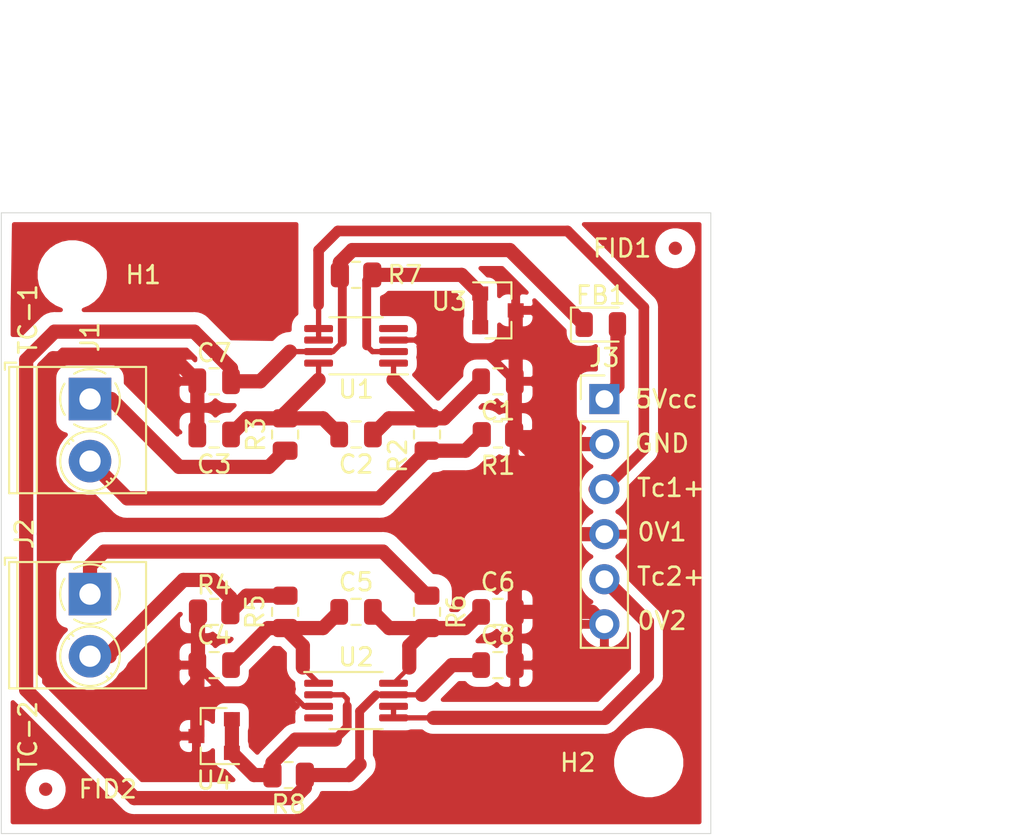
<source format=kicad_pcb>
(kicad_pcb (version 20171130) (host pcbnew "(5.1.10)-1")

  (general
    (thickness 1.6)
    (drawings 18)
    (tracks 152)
    (zones 0)
    (modules 28)
    (nets 18)
  )

  (page A4)
  (title_block
    (title "Réplica AD8495 K-type thermocouple amplifier")
    (date 2021-09-27)
    (company "Alejandro Rougier")
    (comment 1 "Licencia CERN-OHL_P v2")
    (comment 2 "Posicionamiento versión 2")
  )

  (layers
    (0 F.Cu signal)
    (31 B.Cu signal)
    (32 B.Adhes user)
    (33 F.Adhes user)
    (34 B.Paste user)
    (35 F.Paste user)
    (36 B.SilkS user)
    (37 F.SilkS user)
    (38 B.Mask user)
    (39 F.Mask user)
    (40 Dwgs.User user)
    (41 Cmts.User user)
    (42 Eco1.User user)
    (43 Eco2.User user)
    (44 Edge.Cuts user)
    (45 Margin user)
    (46 B.CrtYd user)
    (47 F.CrtYd user)
    (48 B.Fab user)
    (49 F.Fab user)
  )

  (setup
    (last_trace_width 0.25)
    (user_trace_width 0.3)
    (user_trace_width 0.5)
    (user_trace_width 0.6)
    (user_trace_width 0.8)
    (trace_clearance 0.7)
    (zone_clearance 0.508)
    (zone_45_only no)
    (trace_min 0.2)
    (via_size 0.8)
    (via_drill 0.4)
    (via_min_size 0.4)
    (via_min_drill 0.3)
    (user_via 1.6 0.8)
    (user_via 2 1)
    (uvia_size 0.3)
    (uvia_drill 0.1)
    (uvias_allowed no)
    (uvia_min_size 0.2)
    (uvia_min_drill 0.1)
    (edge_width 0.05)
    (segment_width 0.2)
    (pcb_text_width 0.3)
    (pcb_text_size 1.5 1.5)
    (mod_edge_width 0.12)
    (mod_text_size 1 1)
    (mod_text_width 0.15)
    (pad_size 1.524 1.524)
    (pad_drill 0.762)
    (pad_to_mask_clearance 0)
    (aux_axis_origin 0 0)
    (visible_elements 7FFFFFFF)
    (pcbplotparams
      (layerselection 0x010fc_ffffffff)
      (usegerberextensions false)
      (usegerberattributes true)
      (usegerberadvancedattributes true)
      (creategerberjobfile true)
      (excludeedgelayer true)
      (linewidth 0.100000)
      (plotframeref false)
      (viasonmask false)
      (mode 1)
      (useauxorigin false)
      (hpglpennumber 1)
      (hpglpenspeed 20)
      (hpglpendiameter 15.000000)
      (psnegative false)
      (psa4output false)
      (plotreference true)
      (plotvalue true)
      (plotinvisibletext false)
      (padsonsilk false)
      (subtractmaskfromsilk false)
      (outputformat 1)
      (mirror false)
      (drillshape 1)
      (scaleselection 1)
      (outputdirectory ""))
  )

  (net 0 "")
  (net 1 "Net-(C1-Pad2)")
  (net 2 GND)
  (net 3 "Net-(C2-Pad2)")
  (net 4 "Net-(C4-Pad2)")
  (net 5 "Net-(C5-Pad2)")
  (net 6 VCC)
  (net 7 "Net-(FB1-Pad2)")
  (net 8 "Net-(J1-Pad2)")
  (net 9 "Net-(J1-Pad1)")
  (net 10 "Net-(J2-Pad1)")
  (net 11 "Net-(J2-Pad2)")
  (net 12 "Net-(J3-Pad3)")
  (net 13 "Net-(J3-Pad5)")
  (net 14 "Net-(R7-Pad2)")
  (net 15 "Net-(R8-Pad2)")
  (net 16 "Net-(U1-Pad4)")
  (net 17 "Net-(U2-Pad4)")

  (net_class Default "This is the default net class."
    (clearance 0.7)
    (trace_width 0.25)
    (via_dia 0.8)
    (via_drill 0.4)
    (uvia_dia 0.3)
    (uvia_drill 0.1)
    (add_net "Net-(FB1-Pad2)")
    (add_net "Net-(J1-Pad1)")
    (add_net "Net-(J1-Pad2)")
    (add_net "Net-(J2-Pad1)")
    (add_net "Net-(J2-Pad2)")
    (add_net "Net-(U1-Pad4)")
    (add_net "Net-(U2-Pad4)")
  )

  (net_class AD8495 ""
    (clearance 0.2)
    (trace_width 0.25)
    (via_dia 0.8)
    (via_drill 0.4)
    (uvia_dia 0.3)
    (uvia_drill 0.1)
    (add_net GND)
    (add_net "Net-(C1-Pad2)")
    (add_net "Net-(C2-Pad2)")
    (add_net "Net-(C4-Pad2)")
    (add_net "Net-(C5-Pad2)")
    (add_net "Net-(J3-Pad3)")
    (add_net "Net-(J3-Pad5)")
    (add_net "Net-(R7-Pad2)")
    (add_net "Net-(R8-Pad2)")
    (add_net VCC)
  )

  (module Package_SO:MSOP-8_3x3mm_P0.65mm (layer F.Cu) (tedit 5E509FDD) (tstamp 615EFA4F)
    (at 135 70 180)
    (descr "MSOP, 8 Pin (https://www.jedec.org/system/files/docs/mo-187F.pdf variant AA), generated with kicad-footprint-generator ipc_gullwing_generator.py")
    (tags "MSOP SO")
    (path /614265FF)
    (clearance 0.2)
    (attr smd)
    (fp_text reference U1 (at 0 -2.45) (layer F.SilkS)
      (effects (font (size 1 1) (thickness 0.15)))
    )
    (fp_text value AD8495 (at 0 2.45) (layer F.Fab)
      (effects (font (size 1 1) (thickness 0.15)))
    )
    (fp_line (start 0 1.61) (end 1.5 1.61) (layer F.SilkS) (width 0.12))
    (fp_line (start 0 1.61) (end -1.5 1.61) (layer F.SilkS) (width 0.12))
    (fp_line (start 0 -1.61) (end 1.5 -1.61) (layer F.SilkS) (width 0.12))
    (fp_line (start 0 -1.61) (end -2.925 -1.61) (layer F.SilkS) (width 0.12))
    (fp_line (start -0.75 -1.5) (end 1.5 -1.5) (layer F.Fab) (width 0.1))
    (fp_line (start 1.5 -1.5) (end 1.5 1.5) (layer F.Fab) (width 0.1))
    (fp_line (start 1.5 1.5) (end -1.5 1.5) (layer F.Fab) (width 0.1))
    (fp_line (start -1.5 1.5) (end -1.5 -0.75) (layer F.Fab) (width 0.1))
    (fp_line (start -1.5 -0.75) (end -0.75 -1.5) (layer F.Fab) (width 0.1))
    (fp_line (start -3.18 -1.75) (end -3.18 1.75) (layer F.CrtYd) (width 0.05))
    (fp_line (start -3.18 1.75) (end 3.18 1.75) (layer F.CrtYd) (width 0.05))
    (fp_line (start 3.18 1.75) (end 3.18 -1.75) (layer F.CrtYd) (width 0.05))
    (fp_line (start 3.18 -1.75) (end -3.18 -1.75) (layer F.CrtYd) (width 0.05))
    (fp_text user %R (at 0 0) (layer F.Fab)
      (effects (font (size 0.75 0.75) (thickness 0.11)))
    )
    (pad 8 smd roundrect (at 2.1125 -0.975 180) (size 1.625 0.4) (layers F.Cu F.Paste F.Mask) (roundrect_rratio 0.25)
      (net 3 "Net-(C2-Pad2)"))
    (pad 7 smd roundrect (at 2.1125 -0.325 180) (size 1.625 0.4) (layers F.Cu F.Paste F.Mask) (roundrect_rratio 0.25)
      (net 6 VCC))
    (pad 6 smd roundrect (at 2.1125 0.325 180) (size 1.625 0.4) (layers F.Cu F.Paste F.Mask) (roundrect_rratio 0.25)
      (net 12 "Net-(J3-Pad3)"))
    (pad 5 smd roundrect (at 2.1125 0.975 180) (size 1.625 0.4) (layers F.Cu F.Paste F.Mask) (roundrect_rratio 0.25)
      (net 12 "Net-(J3-Pad3)"))
    (pad 4 smd roundrect (at -2.1125 0.975 180) (size 1.625 0.4) (layers F.Cu F.Paste F.Mask) (roundrect_rratio 0.25)
      (net 16 "Net-(U1-Pad4)"))
    (pad 3 smd roundrect (at -2.1125 0.325 180) (size 1.625 0.4) (layers F.Cu F.Paste F.Mask) (roundrect_rratio 0.25)
      (net 2 GND))
    (pad 2 smd roundrect (at -2.1125 -0.325 180) (size 1.625 0.4) (layers F.Cu F.Paste F.Mask) (roundrect_rratio 0.25)
      (net 14 "Net-(R7-Pad2)"))
    (pad 1 smd roundrect (at -2.1125 -0.975 180) (size 1.625 0.4) (layers F.Cu F.Paste F.Mask) (roundrect_rratio 0.25)
      (net 1 "Net-(C1-Pad2)"))
    (model ${KISYS3DMOD}/Package_SO.3dshapes/MSOP-8_3x3mm_P0.65mm.wrl
      (at (xyz 0 0 0))
      (scale (xyz 1 1 1))
      (rotate (xyz 0 0 0))
    )
  )

  (module Capacitor_SMD:C_0805_2012Metric (layer F.Cu) (tedit 5F68FEEE) (tstamp 615EFAF1)
    (at 143 72 180)
    (descr "Capacitor SMD 0805 (2012 Metric), square (rectangular) end terminal, IPC_7351 nominal, (Body size source: IPC-SM-782 page 76, https://www.pcb-3d.com/wordpress/wp-content/uploads/ipc-sm-782a_amendment_1_and_2.pdf, https://docs.google.com/spreadsheets/d/1BsfQQcO9C6DZCsRaXUlFlo91Tg2WpOkGARC1WS5S8t0/edit?usp=sharing), generated with kicad-footprint-generator")
    (tags capacitor)
    (path /61429616)
    (attr smd)
    (fp_text reference C1 (at 0 -1.68) (layer F.SilkS)
      (effects (font (size 1 1) (thickness 0.15)))
    )
    (fp_text value "0.01 uF" (at 0 1.68) (layer F.Fab)
      (effects (font (size 1 1) (thickness 0.15)))
    )
    (fp_line (start -1 0.625) (end -1 -0.625) (layer F.Fab) (width 0.1))
    (fp_line (start -1 -0.625) (end 1 -0.625) (layer F.Fab) (width 0.1))
    (fp_line (start 1 -0.625) (end 1 0.625) (layer F.Fab) (width 0.1))
    (fp_line (start 1 0.625) (end -1 0.625) (layer F.Fab) (width 0.1))
    (fp_line (start -0.261252 -0.735) (end 0.261252 -0.735) (layer F.SilkS) (width 0.12))
    (fp_line (start -0.261252 0.735) (end 0.261252 0.735) (layer F.SilkS) (width 0.12))
    (fp_line (start -1.7 0.98) (end -1.7 -0.98) (layer F.CrtYd) (width 0.05))
    (fp_line (start -1.7 -0.98) (end 1.7 -0.98) (layer F.CrtYd) (width 0.05))
    (fp_line (start 1.7 -0.98) (end 1.7 0.98) (layer F.CrtYd) (width 0.05))
    (fp_line (start 1.7 0.98) (end -1.7 0.98) (layer F.CrtYd) (width 0.05))
    (fp_text user %R (at 0 0) (layer F.Fab)
      (effects (font (size 0.5 0.5) (thickness 0.08)))
    )
    (pad 2 smd roundrect (at 0.95 0 180) (size 1 1.45) (layers F.Cu F.Paste F.Mask) (roundrect_rratio 0.25)
      (net 1 "Net-(C1-Pad2)"))
    (pad 1 smd roundrect (at -0.95 0 180) (size 1 1.45) (layers F.Cu F.Paste F.Mask) (roundrect_rratio 0.25)
      (net 2 GND))
    (model ${KISYS3DMOD}/Capacitor_SMD.3dshapes/C_0805_2012Metric.wrl
      (at (xyz 0 0 0))
      (scale (xyz 1 1 1))
      (rotate (xyz 0 0 0))
    )
  )

  (module Capacitor_SMD:C_0805_2012Metric (layer F.Cu) (tedit 5F68FEEE) (tstamp 615EF9E6)
    (at 135 75 180)
    (descr "Capacitor SMD 0805 (2012 Metric), square (rectangular) end terminal, IPC_7351 nominal, (Body size source: IPC-SM-782 page 76, https://www.pcb-3d.com/wordpress/wp-content/uploads/ipc-sm-782a_amendment_1_and_2.pdf, https://docs.google.com/spreadsheets/d/1BsfQQcO9C6DZCsRaXUlFlo91Tg2WpOkGARC1WS5S8t0/edit?usp=sharing), generated with kicad-footprint-generator")
    (tags capacitor)
    (path /61429A1D)
    (attr smd)
    (fp_text reference C2 (at 0 -1.68) (layer F.SilkS)
      (effects (font (size 1 1) (thickness 0.15)))
    )
    (fp_text value "0.1 uF" (at 0 1.68) (layer F.Fab)
      (effects (font (size 1 1) (thickness 0.15)))
    )
    (fp_line (start 1.7 0.98) (end -1.7 0.98) (layer F.CrtYd) (width 0.05))
    (fp_line (start 1.7 -0.98) (end 1.7 0.98) (layer F.CrtYd) (width 0.05))
    (fp_line (start -1.7 -0.98) (end 1.7 -0.98) (layer F.CrtYd) (width 0.05))
    (fp_line (start -1.7 0.98) (end -1.7 -0.98) (layer F.CrtYd) (width 0.05))
    (fp_line (start -0.261252 0.735) (end 0.261252 0.735) (layer F.SilkS) (width 0.12))
    (fp_line (start -0.261252 -0.735) (end 0.261252 -0.735) (layer F.SilkS) (width 0.12))
    (fp_line (start 1 0.625) (end -1 0.625) (layer F.Fab) (width 0.1))
    (fp_line (start 1 -0.625) (end 1 0.625) (layer F.Fab) (width 0.1))
    (fp_line (start -1 -0.625) (end 1 -0.625) (layer F.Fab) (width 0.1))
    (fp_line (start -1 0.625) (end -1 -0.625) (layer F.Fab) (width 0.1))
    (fp_text user %R (at 0 0) (layer F.Fab)
      (effects (font (size 0.5 0.5) (thickness 0.08)))
    )
    (pad 1 smd roundrect (at -0.95 0 180) (size 1 1.45) (layers F.Cu F.Paste F.Mask) (roundrect_rratio 0.25)
      (net 1 "Net-(C1-Pad2)"))
    (pad 2 smd roundrect (at 0.95 0 180) (size 1 1.45) (layers F.Cu F.Paste F.Mask) (roundrect_rratio 0.25)
      (net 3 "Net-(C2-Pad2)"))
    (model ${KISYS3DMOD}/Capacitor_SMD.3dshapes/C_0805_2012Metric.wrl
      (at (xyz 0 0 0))
      (scale (xyz 1 1 1))
      (rotate (xyz 0 0 0))
    )
  )

  (module Capacitor_SMD:C_0805_2012Metric (layer F.Cu) (tedit 5F68FEEE) (tstamp 615EFB21)
    (at 127 75 180)
    (descr "Capacitor SMD 0805 (2012 Metric), square (rectangular) end terminal, IPC_7351 nominal, (Body size source: IPC-SM-782 page 76, https://www.pcb-3d.com/wordpress/wp-content/uploads/ipc-sm-782a_amendment_1_and_2.pdf, https://docs.google.com/spreadsheets/d/1BsfQQcO9C6DZCsRaXUlFlo91Tg2WpOkGARC1WS5S8t0/edit?usp=sharing), generated with kicad-footprint-generator")
    (tags capacitor)
    (path /61429DA2)
    (attr smd)
    (fp_text reference C3 (at 0 -1.68) (layer F.SilkS)
      (effects (font (size 1 1) (thickness 0.15)))
    )
    (fp_text value "0.01 uF" (at 0 1.68) (layer F.Fab)
      (effects (font (size 1 1) (thickness 0.15)))
    )
    (fp_line (start -1 0.625) (end -1 -0.625) (layer F.Fab) (width 0.1))
    (fp_line (start -1 -0.625) (end 1 -0.625) (layer F.Fab) (width 0.1))
    (fp_line (start 1 -0.625) (end 1 0.625) (layer F.Fab) (width 0.1))
    (fp_line (start 1 0.625) (end -1 0.625) (layer F.Fab) (width 0.1))
    (fp_line (start -0.261252 -0.735) (end 0.261252 -0.735) (layer F.SilkS) (width 0.12))
    (fp_line (start -0.261252 0.735) (end 0.261252 0.735) (layer F.SilkS) (width 0.12))
    (fp_line (start -1.7 0.98) (end -1.7 -0.98) (layer F.CrtYd) (width 0.05))
    (fp_line (start -1.7 -0.98) (end 1.7 -0.98) (layer F.CrtYd) (width 0.05))
    (fp_line (start 1.7 -0.98) (end 1.7 0.98) (layer F.CrtYd) (width 0.05))
    (fp_line (start 1.7 0.98) (end -1.7 0.98) (layer F.CrtYd) (width 0.05))
    (fp_text user %R (at 0 0) (layer F.Fab)
      (effects (font (size 0.5 0.5) (thickness 0.08)))
    )
    (pad 2 smd roundrect (at 0.95 0 180) (size 1 1.45) (layers F.Cu F.Paste F.Mask) (roundrect_rratio 0.25)
      (net 2 GND))
    (pad 1 smd roundrect (at -0.95 0 180) (size 1 1.45) (layers F.Cu F.Paste F.Mask) (roundrect_rratio 0.25)
      (net 3 "Net-(C2-Pad2)"))
    (model ${KISYS3DMOD}/Capacitor_SMD.3dshapes/C_0805_2012Metric.wrl
      (at (xyz 0 0 0))
      (scale (xyz 1 1 1))
      (rotate (xyz 0 0 0))
    )
  )

  (module Capacitor_SMD:C_0805_2012Metric (layer F.Cu) (tedit 5F68FEEE) (tstamp 615EFA91)
    (at 127 88)
    (descr "Capacitor SMD 0805 (2012 Metric), square (rectangular) end terminal, IPC_7351 nominal, (Body size source: IPC-SM-782 page 76, https://www.pcb-3d.com/wordpress/wp-content/uploads/ipc-sm-782a_amendment_1_and_2.pdf, https://docs.google.com/spreadsheets/d/1BsfQQcO9C6DZCsRaXUlFlo91Tg2WpOkGARC1WS5S8t0/edit?usp=sharing), generated with kicad-footprint-generator")
    (tags capacitor)
    (path /614B7B92)
    (attr smd)
    (fp_text reference C4 (at 0 -1.68) (layer F.SilkS)
      (effects (font (size 1 1) (thickness 0.15)))
    )
    (fp_text value "0.01 uF" (at 0 1.68) (layer F.Fab)
      (effects (font (size 1 1) (thickness 0.15)))
    )
    (fp_line (start 1.7 0.98) (end -1.7 0.98) (layer F.CrtYd) (width 0.05))
    (fp_line (start 1.7 -0.98) (end 1.7 0.98) (layer F.CrtYd) (width 0.05))
    (fp_line (start -1.7 -0.98) (end 1.7 -0.98) (layer F.CrtYd) (width 0.05))
    (fp_line (start -1.7 0.98) (end -1.7 -0.98) (layer F.CrtYd) (width 0.05))
    (fp_line (start -0.261252 0.735) (end 0.261252 0.735) (layer F.SilkS) (width 0.12))
    (fp_line (start -0.261252 -0.735) (end 0.261252 -0.735) (layer F.SilkS) (width 0.12))
    (fp_line (start 1 0.625) (end -1 0.625) (layer F.Fab) (width 0.1))
    (fp_line (start 1 -0.625) (end 1 0.625) (layer F.Fab) (width 0.1))
    (fp_line (start -1 -0.625) (end 1 -0.625) (layer F.Fab) (width 0.1))
    (fp_line (start -1 0.625) (end -1 -0.625) (layer F.Fab) (width 0.1))
    (fp_text user %R (at 0 0) (layer F.Fab)
      (effects (font (size 0.5 0.5) (thickness 0.08)))
    )
    (pad 1 smd roundrect (at -0.95 0) (size 1 1.45) (layers F.Cu F.Paste F.Mask) (roundrect_rratio 0.25)
      (net 2 GND))
    (pad 2 smd roundrect (at 0.95 0) (size 1 1.45) (layers F.Cu F.Paste F.Mask) (roundrect_rratio 0.25)
      (net 4 "Net-(C4-Pad2)"))
    (model ${KISYS3DMOD}/Capacitor_SMD.3dshapes/C_0805_2012Metric.wrl
      (at (xyz 0 0 0))
      (scale (xyz 1 1 1))
      (rotate (xyz 0 0 0))
    )
  )

  (module Capacitor_SMD:C_0805_2012Metric (layer F.Cu) (tedit 5F68FEEE) (tstamp 615EFAC1)
    (at 135 85)
    (descr "Capacitor SMD 0805 (2012 Metric), square (rectangular) end terminal, IPC_7351 nominal, (Body size source: IPC-SM-782 page 76, https://www.pcb-3d.com/wordpress/wp-content/uploads/ipc-sm-782a_amendment_1_and_2.pdf, https://docs.google.com/spreadsheets/d/1BsfQQcO9C6DZCsRaXUlFlo91Tg2WpOkGARC1WS5S8t0/edit?usp=sharing), generated with kicad-footprint-generator")
    (tags capacitor)
    (path /614B7B98)
    (attr smd)
    (fp_text reference C5 (at 0 -1.68) (layer F.SilkS)
      (effects (font (size 1 1) (thickness 0.15)))
    )
    (fp_text value "0.1 uF" (at 0 -2) (layer F.Fab)
      (effects (font (size 1 1) (thickness 0.15)))
    )
    (fp_line (start 1.7 0.98) (end -1.7 0.98) (layer F.CrtYd) (width 0.05))
    (fp_line (start 1.7 -0.98) (end 1.7 0.98) (layer F.CrtYd) (width 0.05))
    (fp_line (start -1.7 -0.98) (end 1.7 -0.98) (layer F.CrtYd) (width 0.05))
    (fp_line (start -1.7 0.98) (end -1.7 -0.98) (layer F.CrtYd) (width 0.05))
    (fp_line (start -0.261252 0.735) (end 0.261252 0.735) (layer F.SilkS) (width 0.12))
    (fp_line (start -0.261252 -0.735) (end 0.261252 -0.735) (layer F.SilkS) (width 0.12))
    (fp_line (start 1 0.625) (end -1 0.625) (layer F.Fab) (width 0.1))
    (fp_line (start 1 -0.625) (end 1 0.625) (layer F.Fab) (width 0.1))
    (fp_line (start -1 -0.625) (end 1 -0.625) (layer F.Fab) (width 0.1))
    (fp_line (start -1 0.625) (end -1 -0.625) (layer F.Fab) (width 0.1))
    (fp_text user %R (at 0 0) (layer F.Fab)
      (effects (font (size 0.5 0.5) (thickness 0.08)))
    )
    (pad 1 smd roundrect (at -0.95 0) (size 1 1.45) (layers F.Cu F.Paste F.Mask) (roundrect_rratio 0.25)
      (net 4 "Net-(C4-Pad2)"))
    (pad 2 smd roundrect (at 0.95 0) (size 1 1.45) (layers F.Cu F.Paste F.Mask) (roundrect_rratio 0.25)
      (net 5 "Net-(C5-Pad2)"))
    (model ${KISYS3DMOD}/Capacitor_SMD.3dshapes/C_0805_2012Metric.wrl
      (at (xyz 0 0 0))
      (scale (xyz 1 1 1))
      (rotate (xyz 0 0 0))
    )
  )

  (module Capacitor_SMD:C_0805_2012Metric (layer F.Cu) (tedit 5F68FEEE) (tstamp 615EF950)
    (at 143 85)
    (descr "Capacitor SMD 0805 (2012 Metric), square (rectangular) end terminal, IPC_7351 nominal, (Body size source: IPC-SM-782 page 76, https://www.pcb-3d.com/wordpress/wp-content/uploads/ipc-sm-782a_amendment_1_and_2.pdf, https://docs.google.com/spreadsheets/d/1BsfQQcO9C6DZCsRaXUlFlo91Tg2WpOkGARC1WS5S8t0/edit?usp=sharing), generated with kicad-footprint-generator")
    (tags capacitor)
    (path /614B7B9E)
    (attr smd)
    (fp_text reference C6 (at 0 -1.68) (layer F.SilkS)
      (effects (font (size 1 1) (thickness 0.15)))
    )
    (fp_text value "0.01 uF" (at 0.2 -1.8) (layer F.Fab)
      (effects (font (size 1 1) (thickness 0.15)))
    )
    (fp_line (start -1 0.625) (end -1 -0.625) (layer F.Fab) (width 0.1))
    (fp_line (start -1 -0.625) (end 1 -0.625) (layer F.Fab) (width 0.1))
    (fp_line (start 1 -0.625) (end 1 0.625) (layer F.Fab) (width 0.1))
    (fp_line (start 1 0.625) (end -1 0.625) (layer F.Fab) (width 0.1))
    (fp_line (start -0.261252 -0.735) (end 0.261252 -0.735) (layer F.SilkS) (width 0.12))
    (fp_line (start -0.261252 0.735) (end 0.261252 0.735) (layer F.SilkS) (width 0.12))
    (fp_line (start -1.7 0.98) (end -1.7 -0.98) (layer F.CrtYd) (width 0.05))
    (fp_line (start -1.7 -0.98) (end 1.7 -0.98) (layer F.CrtYd) (width 0.05))
    (fp_line (start 1.7 -0.98) (end 1.7 0.98) (layer F.CrtYd) (width 0.05))
    (fp_line (start 1.7 0.98) (end -1.7 0.98) (layer F.CrtYd) (width 0.05))
    (fp_text user %R (at 0 0) (layer F.Fab)
      (effects (font (size 0.5 0.5) (thickness 0.08)))
    )
    (pad 2 smd roundrect (at 0.95 0) (size 1 1.45) (layers F.Cu F.Paste F.Mask) (roundrect_rratio 0.25)
      (net 2 GND))
    (pad 1 smd roundrect (at -0.95 0) (size 1 1.45) (layers F.Cu F.Paste F.Mask) (roundrect_rratio 0.25)
      (net 5 "Net-(C5-Pad2)"))
    (model ${KISYS3DMOD}/Capacitor_SMD.3dshapes/C_0805_2012Metric.wrl
      (at (xyz 0 0 0))
      (scale (xyz 1 1 1))
      (rotate (xyz 0 0 0))
    )
  )

  (module Capacitor_SMD:C_0805_2012Metric (layer F.Cu) (tedit 5F68FEEE) (tstamp 615EFA16)
    (at 127 72 180)
    (descr "Capacitor SMD 0805 (2012 Metric), square (rectangular) end terminal, IPC_7351 nominal, (Body size source: IPC-SM-782 page 76, https://www.pcb-3d.com/wordpress/wp-content/uploads/ipc-sm-782a_amendment_1_and_2.pdf, https://docs.google.com/spreadsheets/d/1BsfQQcO9C6DZCsRaXUlFlo91Tg2WpOkGARC1WS5S8t0/edit?usp=sharing), generated with kicad-footprint-generator")
    (tags capacitor)
    (path /614289E8)
    (attr smd)
    (fp_text reference C7 (at 0 1.6) (layer F.SilkS)
      (effects (font (size 1 1) (thickness 0.15)))
    )
    (fp_text value "0.1 uF" (at 0 1.68) (layer F.Fab)
      (effects (font (size 1 1) (thickness 0.15)))
    )
    (fp_line (start 1.7 0.98) (end -1.7 0.98) (layer F.CrtYd) (width 0.05))
    (fp_line (start 1.7 -0.98) (end 1.7 0.98) (layer F.CrtYd) (width 0.05))
    (fp_line (start -1.7 -0.98) (end 1.7 -0.98) (layer F.CrtYd) (width 0.05))
    (fp_line (start -1.7 0.98) (end -1.7 -0.98) (layer F.CrtYd) (width 0.05))
    (fp_line (start -0.261252 0.735) (end 0.261252 0.735) (layer F.SilkS) (width 0.12))
    (fp_line (start -0.261252 -0.735) (end 0.261252 -0.735) (layer F.SilkS) (width 0.12))
    (fp_line (start 1 0.625) (end -1 0.625) (layer F.Fab) (width 0.1))
    (fp_line (start 1 -0.625) (end 1 0.625) (layer F.Fab) (width 0.1))
    (fp_line (start -1 -0.625) (end 1 -0.625) (layer F.Fab) (width 0.1))
    (fp_line (start -1 0.625) (end -1 -0.625) (layer F.Fab) (width 0.1))
    (fp_text user %R (at 0 0) (layer F.Fab)
      (effects (font (size 0.5 0.5) (thickness 0.08)))
    )
    (pad 1 smd roundrect (at -0.95 0 180) (size 1 1.45) (layers F.Cu F.Paste F.Mask) (roundrect_rratio 0.25)
      (net 6 VCC))
    (pad 2 smd roundrect (at 0.95 0 180) (size 1 1.45) (layers F.Cu F.Paste F.Mask) (roundrect_rratio 0.25)
      (net 2 GND))
    (model ${KISYS3DMOD}/Capacitor_SMD.3dshapes/C_0805_2012Metric.wrl
      (at (xyz 0 0 0))
      (scale (xyz 1 1 1))
      (rotate (xyz 0 0 0))
    )
  )

  (module Capacitor_SMD:C_0805_2012Metric (layer F.Cu) (tedit 5F68FEEE) (tstamp 615EF9B6)
    (at 143 88)
    (descr "Capacitor SMD 0805 (2012 Metric), square (rectangular) end terminal, IPC_7351 nominal, (Body size source: IPC-SM-782 page 76, https://www.pcb-3d.com/wordpress/wp-content/uploads/ipc-sm-782a_amendment_1_and_2.pdf, https://docs.google.com/spreadsheets/d/1BsfQQcO9C6DZCsRaXUlFlo91Tg2WpOkGARC1WS5S8t0/edit?usp=sharing), generated with kicad-footprint-generator")
    (tags capacitor)
    (path /614B7B8C)
    (attr smd)
    (fp_text reference C8 (at 0 -1.68) (layer F.SilkS)
      (effects (font (size 1 1) (thickness 0.15)))
    )
    (fp_text value "0.1 uF" (at 0 1.68) (layer F.Fab)
      (effects (font (size 1 1) (thickness 0.15)))
    )
    (fp_line (start -1 0.625) (end -1 -0.625) (layer F.Fab) (width 0.1))
    (fp_line (start -1 -0.625) (end 1 -0.625) (layer F.Fab) (width 0.1))
    (fp_line (start 1 -0.625) (end 1 0.625) (layer F.Fab) (width 0.1))
    (fp_line (start 1 0.625) (end -1 0.625) (layer F.Fab) (width 0.1))
    (fp_line (start -0.261252 -0.735) (end 0.261252 -0.735) (layer F.SilkS) (width 0.12))
    (fp_line (start -0.261252 0.735) (end 0.261252 0.735) (layer F.SilkS) (width 0.12))
    (fp_line (start -1.7 0.98) (end -1.7 -0.98) (layer F.CrtYd) (width 0.05))
    (fp_line (start -1.7 -0.98) (end 1.7 -0.98) (layer F.CrtYd) (width 0.05))
    (fp_line (start 1.7 -0.98) (end 1.7 0.98) (layer F.CrtYd) (width 0.05))
    (fp_line (start 1.7 0.98) (end -1.7 0.98) (layer F.CrtYd) (width 0.05))
    (fp_text user %R (at 0 0) (layer F.Fab)
      (effects (font (size 0.5 0.5) (thickness 0.08)))
    )
    (pad 2 smd roundrect (at 0.95 0) (size 1 1.45) (layers F.Cu F.Paste F.Mask) (roundrect_rratio 0.25)
      (net 2 GND))
    (pad 1 smd roundrect (at -0.95 0) (size 1 1.45) (layers F.Cu F.Paste F.Mask) (roundrect_rratio 0.25)
      (net 6 VCC))
    (model ${KISYS3DMOD}/Capacitor_SMD.3dshapes/C_0805_2012Metric.wrl
      (at (xyz 0 0 0))
      (scale (xyz 1 1 1))
      (rotate (xyz 0 0 0))
    )
  )

  (module Diode_SMD:D_0805_2012Metric (layer F.Cu) (tedit 5F68FEF0) (tstamp 615EF982)
    (at 148.8 68.8)
    (descr "Diode SMD 0805 (2012 Metric), square (rectangular) end terminal, IPC_7351 nominal, (Body size source: https://docs.google.com/spreadsheets/d/1BsfQQcO9C6DZCsRaXUlFlo91Tg2WpOkGARC1WS5S8t0/edit?usp=sharing), generated with kicad-footprint-generator")
    (tags diode)
    (path /61472D1A)
    (attr smd)
    (fp_text reference FB1 (at 0 -1.65) (layer F.SilkS)
      (effects (font (size 1 1) (thickness 0.15)))
    )
    (fp_text value Ferrite_Bead (at 1.2 -1.6) (layer F.Fab)
      (effects (font (size 1 1) (thickness 0.15)))
    )
    (fp_line (start 1.68 0.95) (end -1.68 0.95) (layer F.CrtYd) (width 0.05))
    (fp_line (start 1.68 -0.95) (end 1.68 0.95) (layer F.CrtYd) (width 0.05))
    (fp_line (start -1.68 -0.95) (end 1.68 -0.95) (layer F.CrtYd) (width 0.05))
    (fp_line (start -1.68 0.95) (end -1.68 -0.95) (layer F.CrtYd) (width 0.05))
    (fp_line (start -1.685 0.96) (end 1 0.96) (layer F.SilkS) (width 0.12))
    (fp_line (start -1.685 -0.96) (end -1.685 0.96) (layer F.SilkS) (width 0.12))
    (fp_line (start 1 -0.96) (end -1.685 -0.96) (layer F.SilkS) (width 0.12))
    (fp_line (start 1 0.6) (end 1 -0.6) (layer F.Fab) (width 0.1))
    (fp_line (start -1 0.6) (end 1 0.6) (layer F.Fab) (width 0.1))
    (fp_line (start -1 -0.3) (end -1 0.6) (layer F.Fab) (width 0.1))
    (fp_line (start -0.7 -0.6) (end -1 -0.3) (layer F.Fab) (width 0.1))
    (fp_line (start 1 -0.6) (end -0.7 -0.6) (layer F.Fab) (width 0.1))
    (fp_text user %R (at 0 0) (layer F.Fab)
      (effects (font (size 0.5 0.5) (thickness 0.08)))
    )
    (pad 1 smd roundrect (at -0.9375 0) (size 0.975 1.4) (layers F.Cu F.Paste F.Mask) (roundrect_rratio 0.25)
      (net 6 VCC))
    (pad 2 smd roundrect (at 0.9375 0) (size 0.975 1.4) (layers F.Cu F.Paste F.Mask) (roundrect_rratio 0.25)
      (net 7 "Net-(FB1-Pad2)"))
    (model ${KISYS3DMOD}/Diode_SMD.3dshapes/D_0805_2012Metric.wrl
      (at (xyz 0 0 0))
      (scale (xyz 1 1 1))
      (rotate (xyz 0 0 0))
    )
  )

  (module Fiducial:Fiducial_0.75mm_Mask2.25mm (layer F.Cu) (tedit 5C18D147) (tstamp 6150EA5C)
    (at 153 64.5)
    (descr "Circular Fiducial, 0.75mm bare copper, 2.25mm soldermask opening")
    (tags fiducial)
    (path /614BA374)
    (attr smd)
    (fp_text reference FID1 (at -3 0) (layer F.SilkS)
      (effects (font (size 1 1) (thickness 0.15)))
    )
    (fp_text value Fiducial (at -2.8 1.1) (layer F.Fab)
      (effects (font (size 1 1) (thickness 0.15)))
    )
    (fp_circle (center 0 0) (end 1.125 0) (layer F.Fab) (width 0.1))
    (fp_circle (center 0 0) (end 1.38 0) (layer F.CrtYd) (width 0.05))
    (fp_text user %R (at 0 0) (layer F.Fab)
      (effects (font (size 0.3 0.3) (thickness 0.05)))
    )
    (pad "" smd circle (at 0 0) (size 0.75 0.75) (layers F.Cu F.Mask)
      (solder_mask_margin 0.75) (clearance 0.75))
  )

  (module Fiducial:Fiducial_0.75mm_Mask2.25mm (layer F.Cu) (tedit 5C18D147) (tstamp 614DB49E)
    (at 117.5 95)
    (descr "Circular Fiducial, 0.75mm bare copper, 2.25mm soldermask opening")
    (tags fiducial)
    (path /614BB4AC)
    (attr smd)
    (fp_text reference FID2 (at 3.5 0) (layer F.SilkS)
      (effects (font (size 1 1) (thickness 0.15)))
    )
    (fp_text value Fiducial (at 4 1) (layer F.Fab)
      (effects (font (size 1 1) (thickness 0.15)))
    )
    (fp_circle (center 0 0) (end 1.38 0) (layer F.CrtYd) (width 0.05))
    (fp_circle (center 0 0) (end 1.125 0) (layer F.Fab) (width 0.1))
    (fp_text user %R (at 0 0) (layer F.Fab)
      (effects (font (size 0.3 0.3) (thickness 0.05)))
    )
    (pad "" smd circle (at 0 0) (size 0.75 0.75) (layers F.Cu F.Mask)
      (solder_mask_margin 0.75) (clearance 0.75))
  )

  (module MountingHole:MountingHole_2.5mm (layer F.Cu) (tedit 56D1B4CB) (tstamp 614DB4A6)
    (at 119 66)
    (descr "Mounting Hole 2.5mm, no annular")
    (tags "mounting hole 2.5mm no annular")
    (path /614BBDD3)
    (attr virtual)
    (fp_text reference H1 (at 4 0) (layer F.SilkS)
      (effects (font (size 1 1) (thickness 0.15)))
    )
    (fp_text value MountingHole (at 8.2 -0.6) (layer F.Fab)
      (effects (font (size 1 1) (thickness 0.15)))
    )
    (fp_circle (center 0 0) (end 2.5 0) (layer Cmts.User) (width 0.15))
    (fp_circle (center 0 0) (end 2.75 0) (layer F.CrtYd) (width 0.05))
    (fp_text user %R (at 0.3 0) (layer F.Fab)
      (effects (font (size 1 1) (thickness 0.15)))
    )
    (pad 1 np_thru_hole circle (at 0 0) (size 2.5 2.5) (drill 2.5) (layers *.Cu *.Mask))
  )

  (module MountingHole:MountingHole_2.5mm (layer F.Cu) (tedit 56D1B4CB) (tstamp 615AFC55)
    (at 151.5 93.5)
    (descr "Mounting Hole 2.5mm, no annular")
    (tags "mounting hole 2.5mm no annular")
    (path /614BDF8B)
    (attr virtual)
    (fp_text reference H2 (at -4 0) (layer F.SilkS)
      (effects (font (size 1 1) (thickness 0.15)))
    )
    (fp_text value MountingHole (at -9 1.5) (layer F.Fab)
      (effects (font (size 1 1) (thickness 0.15)))
    )
    (fp_circle (center 0 0) (end 2.75 0) (layer F.CrtYd) (width 0.05))
    (fp_circle (center 0 0) (end 2.5 0) (layer Cmts.User) (width 0.15))
    (fp_text user %R (at 0.3 0) (layer F.Fab)
      (effects (font (size 1 1) (thickness 0.15)))
    )
    (pad 1 np_thru_hole circle (at 0 0) (size 2.5 2.5) (drill 2.5) (layers *.Cu *.Mask))
  )

  (module TerminalBlock_Phoenix:TerminalBlock_Phoenix_PT-1,5-2-3.5-H_1x02_P3.50mm_Horizontal (layer F.Cu) (tedit 5B294F3F) (tstamp 615EF7A7)
    (at 120 73 270)
    (descr "Terminal Block Phoenix PT-1,5-2-3.5-H, 2 pins, pitch 3.5mm, size 7x7.6mm^2, drill diamater 1.2mm, pad diameter 2.4mm, see , script-generated using https://github.com/pointhi/kicad-footprint-generator/scripts/TerminalBlock_Phoenix")
    (tags "THT Terminal Block Phoenix PT-1,5-2-3.5-H pitch 3.5mm size 7x7.6mm^2 drill 1.2mm pad 2.4mm")
    (path /61474176)
    (fp_text reference J1 (at -3.5 0 90) (layer F.SilkS)
      (effects (font (size 1 1) (thickness 0.15)))
    )
    (fp_text value Screw_Terminal_01x02 (at 1.75 3.6 90) (layer F.Fab)
      (effects (font (size 1 1) (thickness 0.15)))
    )
    (fp_circle (center 0 0) (end 1.5 0) (layer F.Fab) (width 0.1))
    (fp_circle (center 3.5 0) (end 5 0) (layer F.Fab) (width 0.1))
    (fp_circle (center 3.5 0) (end 5.18 0) (layer F.SilkS) (width 0.12))
    (fp_line (start -1.75 -3.1) (end 5.25 -3.1) (layer F.Fab) (width 0.1))
    (fp_line (start 5.25 -3.1) (end 5.25 4.5) (layer F.Fab) (width 0.1))
    (fp_line (start 5.25 4.5) (end -1.35 4.5) (layer F.Fab) (width 0.1))
    (fp_line (start -1.35 4.5) (end -1.75 4.1) (layer F.Fab) (width 0.1))
    (fp_line (start -1.75 4.1) (end -1.75 -3.1) (layer F.Fab) (width 0.1))
    (fp_line (start -1.75 4.1) (end 5.25 4.1) (layer F.Fab) (width 0.1))
    (fp_line (start -1.81 4.1) (end 5.31 4.1) (layer F.SilkS) (width 0.12))
    (fp_line (start -1.75 3) (end 5.25 3) (layer F.Fab) (width 0.1))
    (fp_line (start -1.81 3) (end 5.31 3) (layer F.SilkS) (width 0.12))
    (fp_line (start -1.81 -3.16) (end 5.31 -3.16) (layer F.SilkS) (width 0.12))
    (fp_line (start -1.81 4.56) (end 5.31 4.56) (layer F.SilkS) (width 0.12))
    (fp_line (start -1.81 -3.16) (end -1.81 4.56) (layer F.SilkS) (width 0.12))
    (fp_line (start 5.31 -3.16) (end 5.31 4.56) (layer F.SilkS) (width 0.12))
    (fp_line (start 1.138 -0.955) (end -0.955 1.138) (layer F.Fab) (width 0.1))
    (fp_line (start 0.955 -1.138) (end -1.138 0.955) (layer F.Fab) (width 0.1))
    (fp_line (start 4.638 -0.955) (end 2.546 1.138) (layer F.Fab) (width 0.1))
    (fp_line (start 4.455 -1.138) (end 2.363 0.955) (layer F.Fab) (width 0.1))
    (fp_line (start 4.775 -1.069) (end 4.646 -0.941) (layer F.SilkS) (width 0.12))
    (fp_line (start 2.525 1.181) (end 2.431 1.274) (layer F.SilkS) (width 0.12))
    (fp_line (start 4.57 -1.275) (end 4.476 -1.181) (layer F.SilkS) (width 0.12))
    (fp_line (start 2.355 0.941) (end 2.226 1.069) (layer F.SilkS) (width 0.12))
    (fp_line (start -2.05 4.16) (end -2.05 4.8) (layer F.SilkS) (width 0.12))
    (fp_line (start -2.05 4.8) (end -1.65 4.8) (layer F.SilkS) (width 0.12))
    (fp_line (start -2.25 -3.6) (end -2.25 5) (layer F.CrtYd) (width 0.05))
    (fp_line (start -2.25 5) (end 5.75 5) (layer F.CrtYd) (width 0.05))
    (fp_line (start 5.75 5) (end 5.75 -3.6) (layer F.CrtYd) (width 0.05))
    (fp_line (start 5.75 -3.6) (end -2.25 -3.6) (layer F.CrtYd) (width 0.05))
    (fp_text user %R (at 1.75 2.4 90) (layer F.Fab)
      (effects (font (size 1 1) (thickness 0.15)))
    )
    (fp_arc (start 0 0) (end -0.866 1.44) (angle -32) (layer F.SilkS) (width 0.12))
    (fp_arc (start 0 0) (end -1.44 -0.866) (angle -63) (layer F.SilkS) (width 0.12))
    (fp_arc (start 0 0) (end 0.866 -1.44) (angle -63) (layer F.SilkS) (width 0.12))
    (fp_arc (start 0 0) (end 1.425 0.891) (angle -64) (layer F.SilkS) (width 0.12))
    (fp_arc (start 0 0) (end 0 1.68) (angle -32) (layer F.SilkS) (width 0.12))
    (pad 2 thru_hole circle (at 3.5 0 270) (size 2.4 2.4) (drill 1.2) (layers *.Cu *.Mask)
      (net 8 "Net-(J1-Pad2)"))
    (pad 1 thru_hole rect (at 0 0 270) (size 2.4 2.4) (drill 1.2) (layers *.Cu *.Mask)
      (net 9 "Net-(J1-Pad1)"))
    (model ${KISYS3DMOD}/TerminalBlock_Phoenix.3dshapes/TerminalBlock_Phoenix_PT-1,5-2-3.5-H_1x02_P3.50mm_Horizontal.wrl
      (at (xyz 0 0 0))
      (scale (xyz 1 1 1))
      (rotate (xyz 0 0 0))
    )
  )

  (module TerminalBlock_Phoenix:TerminalBlock_Phoenix_PT-1,5-2-3.5-H_1x02_P3.50mm_Horizontal (layer F.Cu) (tedit 5B294F3F) (tstamp 615EF5E5)
    (at 120 84 270)
    (descr "Terminal Block Phoenix PT-1,5-2-3.5-H, 2 pins, pitch 3.5mm, size 7x7.6mm^2, drill diamater 1.2mm, pad diameter 2.4mm, see , script-generated using https://github.com/pointhi/kicad-footprint-generator/scripts/TerminalBlock_Phoenix")
    (tags "THT Terminal Block Phoenix PT-1,5-2-3.5-H pitch 3.5mm size 7x7.6mm^2 drill 1.2mm pad 2.4mm")
    (path /614B7BA4)
    (fp_text reference J2 (at -3.4 3.7 90) (layer F.SilkS)
      (effects (font (size 1 1) (thickness 0.15)))
    )
    (fp_text value Screw_Terminal_01x02 (at 1 -2.6 90) (layer F.Fab)
      (effects (font (size 1 1) (thickness 0.15)))
    )
    (fp_line (start 5.75 -3.6) (end -2.25 -3.6) (layer F.CrtYd) (width 0.05))
    (fp_line (start 5.75 5) (end 5.75 -3.6) (layer F.CrtYd) (width 0.05))
    (fp_line (start -2.25 5) (end 5.75 5) (layer F.CrtYd) (width 0.05))
    (fp_line (start -2.25 -3.6) (end -2.25 5) (layer F.CrtYd) (width 0.05))
    (fp_line (start -2.05 4.8) (end -1.65 4.8) (layer F.SilkS) (width 0.12))
    (fp_line (start -2.05 4.16) (end -2.05 4.8) (layer F.SilkS) (width 0.12))
    (fp_line (start 2.355 0.941) (end 2.226 1.069) (layer F.SilkS) (width 0.12))
    (fp_line (start 4.57 -1.275) (end 4.476 -1.181) (layer F.SilkS) (width 0.12))
    (fp_line (start 2.525 1.181) (end 2.431 1.274) (layer F.SilkS) (width 0.12))
    (fp_line (start 4.775 -1.069) (end 4.646 -0.941) (layer F.SilkS) (width 0.12))
    (fp_line (start 4.455 -1.138) (end 2.363 0.955) (layer F.Fab) (width 0.1))
    (fp_line (start 4.638 -0.955) (end 2.546 1.138) (layer F.Fab) (width 0.1))
    (fp_line (start 0.955 -1.138) (end -1.138 0.955) (layer F.Fab) (width 0.1))
    (fp_line (start 1.138 -0.955) (end -0.955 1.138) (layer F.Fab) (width 0.1))
    (fp_line (start 5.31 -3.16) (end 5.31 4.56) (layer F.SilkS) (width 0.12))
    (fp_line (start -1.81 -3.16) (end -1.81 4.56) (layer F.SilkS) (width 0.12))
    (fp_line (start -1.81 4.56) (end 5.31 4.56) (layer F.SilkS) (width 0.12))
    (fp_line (start -1.81 -3.16) (end 5.31 -3.16) (layer F.SilkS) (width 0.12))
    (fp_line (start -1.81 3) (end 5.31 3) (layer F.SilkS) (width 0.12))
    (fp_line (start -1.75 3) (end 5.25 3) (layer F.Fab) (width 0.1))
    (fp_line (start -1.81 4.1) (end 5.31 4.1) (layer F.SilkS) (width 0.12))
    (fp_line (start -1.75 4.1) (end 5.25 4.1) (layer F.Fab) (width 0.1))
    (fp_line (start -1.75 4.1) (end -1.75 -3.1) (layer F.Fab) (width 0.1))
    (fp_line (start -1.35 4.5) (end -1.75 4.1) (layer F.Fab) (width 0.1))
    (fp_line (start 5.25 4.5) (end -1.35 4.5) (layer F.Fab) (width 0.1))
    (fp_line (start 5.25 -3.1) (end 5.25 4.5) (layer F.Fab) (width 0.1))
    (fp_line (start -1.75 -3.1) (end 5.25 -3.1) (layer F.Fab) (width 0.1))
    (fp_circle (center 3.5 0) (end 5.18 0) (layer F.SilkS) (width 0.12))
    (fp_circle (center 3.5 0) (end 5 0) (layer F.Fab) (width 0.1))
    (fp_circle (center 0 0) (end 1.5 0) (layer F.Fab) (width 0.1))
    (fp_arc (start 0 0) (end 0 1.68) (angle -32) (layer F.SilkS) (width 0.12))
    (fp_arc (start 0 0) (end 1.425 0.891) (angle -64) (layer F.SilkS) (width 0.12))
    (fp_arc (start 0 0) (end 0.866 -1.44) (angle -63) (layer F.SilkS) (width 0.12))
    (fp_arc (start 0 0) (end -1.44 -0.866) (angle -63) (layer F.SilkS) (width 0.12))
    (fp_arc (start 0 0) (end -0.866 1.44) (angle -32) (layer F.SilkS) (width 0.12))
    (fp_text user %R (at 1.75 2.4 90) (layer F.Fab)
      (effects (font (size 1 1) (thickness 0.15)))
    )
    (pad 1 thru_hole rect (at 0 0 270) (size 2.4 2.4) (drill 1.2) (layers *.Cu *.Mask)
      (net 10 "Net-(J2-Pad1)"))
    (pad 2 thru_hole circle (at 3.5 0 270) (size 2.4 2.4) (drill 1.2) (layers *.Cu *.Mask)
      (net 11 "Net-(J2-Pad2)"))
    (model ${KISYS3DMOD}/TerminalBlock_Phoenix.3dshapes/TerminalBlock_Phoenix_PT-1,5-2-3.5-H_1x02_P3.50mm_Horizontal.wrl
      (at (xyz 0 0 0))
      (scale (xyz 1 1 1))
      (rotate (xyz 0 0 0))
    )
  )

  (module Connector_PinHeader_2.54mm:PinHeader_1x06_P2.54mm_Vertical (layer F.Cu) (tedit 59FED5CC) (tstamp 615EF8DE)
    (at 149 73)
    (descr "Through hole straight pin header, 1x06, 2.54mm pitch, single row")
    (tags "Through hole pin header THT 1x06 2.54mm single row")
    (path /614A04CF)
    (fp_text reference J3 (at 0 -2.33) (layer F.SilkS)
      (effects (font (size 1 1) (thickness 0.15)))
    )
    (fp_text value Conn_01x06 (at 2.8 6.6 90) (layer F.Fab)
      (effects (font (size 1 1) (thickness 0.15)))
    )
    (fp_line (start 1.8 -1.8) (end -1.8 -1.8) (layer F.CrtYd) (width 0.05))
    (fp_line (start 1.8 14.5) (end 1.8 -1.8) (layer F.CrtYd) (width 0.05))
    (fp_line (start -1.8 14.5) (end 1.8 14.5) (layer F.CrtYd) (width 0.05))
    (fp_line (start -1.8 -1.8) (end -1.8 14.5) (layer F.CrtYd) (width 0.05))
    (fp_line (start -1.33 -1.33) (end 0 -1.33) (layer F.SilkS) (width 0.12))
    (fp_line (start -1.33 0) (end -1.33 -1.33) (layer F.SilkS) (width 0.12))
    (fp_line (start -1.33 1.27) (end 1.33 1.27) (layer F.SilkS) (width 0.12))
    (fp_line (start 1.33 1.27) (end 1.33 14.03) (layer F.SilkS) (width 0.12))
    (fp_line (start -1.33 1.27) (end -1.33 14.03) (layer F.SilkS) (width 0.12))
    (fp_line (start -1.33 14.03) (end 1.33 14.03) (layer F.SilkS) (width 0.12))
    (fp_line (start -1.27 -0.635) (end -0.635 -1.27) (layer F.Fab) (width 0.1))
    (fp_line (start -1.27 13.97) (end -1.27 -0.635) (layer F.Fab) (width 0.1))
    (fp_line (start 1.27 13.97) (end -1.27 13.97) (layer F.Fab) (width 0.1))
    (fp_line (start 1.27 -1.27) (end 1.27 13.97) (layer F.Fab) (width 0.1))
    (fp_line (start -0.635 -1.27) (end 1.27 -1.27) (layer F.Fab) (width 0.1))
    (fp_text user %R (at 0 6.35 90) (layer F.Fab)
      (effects (font (size 1 1) (thickness 0.15)))
    )
    (pad 1 thru_hole rect (at 0 0) (size 1.7 1.7) (drill 1) (layers *.Cu *.Mask)
      (net 7 "Net-(FB1-Pad2)"))
    (pad 2 thru_hole oval (at 0 2.54) (size 1.7 1.7) (drill 1) (layers *.Cu *.Mask)
      (net 2 GND))
    (pad 3 thru_hole oval (at 0 5.08) (size 1.7 1.7) (drill 1) (layers *.Cu *.Mask)
      (net 12 "Net-(J3-Pad3)"))
    (pad 4 thru_hole oval (at 0 7.62) (size 1.7 1.7) (drill 1) (layers *.Cu *.Mask)
      (net 2 GND))
    (pad 5 thru_hole oval (at 0 10.16) (size 1.7 1.7) (drill 1) (layers *.Cu *.Mask)
      (net 13 "Net-(J3-Pad5)"))
    (pad 6 thru_hole oval (at 0 12.7) (size 1.7 1.7) (drill 1) (layers *.Cu *.Mask)
      (net 2 GND))
    (model ${KISYS3DMOD}/Connector_PinHeader_2.54mm.3dshapes/PinHeader_1x06_P2.54mm_Vertical.wrl
      (at (xyz 0 0 0))
      (scale (xyz 1 1 1))
      (rotate (xyz 0 0 0))
    )
  )

  (module Resistor_SMD:R_0805_2012Metric (layer F.Cu) (tedit 5F68FEEE) (tstamp 615EF920)
    (at 143 75)
    (descr "Resistor SMD 0805 (2012 Metric), square (rectangular) end terminal, IPC_7351 nominal, (Body size source: IPC-SM-782 page 72, https://www.pcb-3d.com/wordpress/wp-content/uploads/ipc-sm-782a_amendment_1_and_2.pdf), generated with kicad-footprint-generator")
    (tags resistor)
    (path /614281B4)
    (attr smd)
    (fp_text reference R1 (at 0 1.75) (layer F.SilkS)
      (effects (font (size 1 1) (thickness 0.15)))
    )
    (fp_text value "1 M" (at 0 1.65) (layer F.Fab)
      (effects (font (size 1 1) (thickness 0.15)))
    )
    (fp_line (start 1.68 0.95) (end -1.68 0.95) (layer F.CrtYd) (width 0.05))
    (fp_line (start 1.68 -0.95) (end 1.68 0.95) (layer F.CrtYd) (width 0.05))
    (fp_line (start -1.68 -0.95) (end 1.68 -0.95) (layer F.CrtYd) (width 0.05))
    (fp_line (start -1.68 0.95) (end -1.68 -0.95) (layer F.CrtYd) (width 0.05))
    (fp_line (start -0.227064 0.735) (end 0.227064 0.735) (layer F.SilkS) (width 0.12))
    (fp_line (start -0.227064 -0.735) (end 0.227064 -0.735) (layer F.SilkS) (width 0.12))
    (fp_line (start 1 0.625) (end -1 0.625) (layer F.Fab) (width 0.1))
    (fp_line (start 1 -0.625) (end 1 0.625) (layer F.Fab) (width 0.1))
    (fp_line (start -1 -0.625) (end 1 -0.625) (layer F.Fab) (width 0.1))
    (fp_line (start -1 0.625) (end -1 -0.625) (layer F.Fab) (width 0.1))
    (fp_text user %R (at 0 0) (layer F.Fab)
      (effects (font (size 0.5 0.5) (thickness 0.08)))
    )
    (pad 1 smd roundrect (at -0.9125 0) (size 1.025 1.4) (layers F.Cu F.Paste F.Mask) (roundrect_rratio 0.243902)
      (net 8 "Net-(J1-Pad2)"))
    (pad 2 smd roundrect (at 0.9125 0) (size 1.025 1.4) (layers F.Cu F.Paste F.Mask) (roundrect_rratio 0.243902)
      (net 2 GND))
    (model ${KISYS3DMOD}/Resistor_SMD.3dshapes/R_0805_2012Metric.wrl
      (at (xyz 0 0 0))
      (scale (xyz 1 1 1))
      (rotate (xyz 0 0 0))
    )
  )

  (module Resistor_SMD:R_0805_2012Metric (layer F.Cu) (tedit 5F68FEEE) (tstamp 615EF6CE)
    (at 139 75 90)
    (descr "Resistor SMD 0805 (2012 Metric), square (rectangular) end terminal, IPC_7351 nominal, (Body size source: IPC-SM-782 page 72, https://www.pcb-3d.com/wordpress/wp-content/uploads/ipc-sm-782a_amendment_1_and_2.pdf), generated with kicad-footprint-generator")
    (tags resistor)
    (path /61427D0C)
    (attr smd)
    (fp_text reference R2 (at -1.2 -1.65 90) (layer F.SilkS)
      (effects (font (size 1 1) (thickness 0.15)))
    )
    (fp_text value "100 " (at 0 1.65 90) (layer F.Fab)
      (effects (font (size 1 1) (thickness 0.15)))
    )
    (fp_line (start -1 0.625) (end -1 -0.625) (layer F.Fab) (width 0.1))
    (fp_line (start -1 -0.625) (end 1 -0.625) (layer F.Fab) (width 0.1))
    (fp_line (start 1 -0.625) (end 1 0.625) (layer F.Fab) (width 0.1))
    (fp_line (start 1 0.625) (end -1 0.625) (layer F.Fab) (width 0.1))
    (fp_line (start -0.227064 -0.735) (end 0.227064 -0.735) (layer F.SilkS) (width 0.12))
    (fp_line (start -0.227064 0.735) (end 0.227064 0.735) (layer F.SilkS) (width 0.12))
    (fp_line (start -1.68 0.95) (end -1.68 -0.95) (layer F.CrtYd) (width 0.05))
    (fp_line (start -1.68 -0.95) (end 1.68 -0.95) (layer F.CrtYd) (width 0.05))
    (fp_line (start 1.68 -0.95) (end 1.68 0.95) (layer F.CrtYd) (width 0.05))
    (fp_line (start 1.68 0.95) (end -1.68 0.95) (layer F.CrtYd) (width 0.05))
    (fp_text user %R (at 0 0 90) (layer F.Fab)
      (effects (font (size 0.5 0.5) (thickness 0.08)))
    )
    (pad 2 smd roundrect (at 0.9125 0 90) (size 1.025 1.4) (layers F.Cu F.Paste F.Mask) (roundrect_rratio 0.243902)
      (net 1 "Net-(C1-Pad2)"))
    (pad 1 smd roundrect (at -0.9125 0 90) (size 1.025 1.4) (layers F.Cu F.Paste F.Mask) (roundrect_rratio 0.243902)
      (net 8 "Net-(J1-Pad2)"))
    (model ${KISYS3DMOD}/Resistor_SMD.3dshapes/R_0805_2012Metric.wrl
      (at (xyz 0 0 0))
      (scale (xyz 1 1 1))
      (rotate (xyz 0 0 0))
    )
  )

  (module Resistor_SMD:R_0805_2012Metric (layer F.Cu) (tedit 5F68FEEE) (tstamp 615EF72E)
    (at 131 75 90)
    (descr "Resistor SMD 0805 (2012 Metric), square (rectangular) end terminal, IPC_7351 nominal, (Body size source: IPC-SM-782 page 72, https://www.pcb-3d.com/wordpress/wp-content/uploads/ipc-sm-782a_amendment_1_and_2.pdf), generated with kicad-footprint-generator")
    (tags resistor)
    (path /61427817)
    (attr smd)
    (fp_text reference R3 (at 0 -1.65 90) (layer F.SilkS)
      (effects (font (size 1 1) (thickness 0.15)))
    )
    (fp_text value 100 (at 0 1.65 90) (layer F.Fab)
      (effects (font (size 1 1) (thickness 0.15)))
    )
    (fp_line (start 1.68 0.95) (end -1.68 0.95) (layer F.CrtYd) (width 0.05))
    (fp_line (start 1.68 -0.95) (end 1.68 0.95) (layer F.CrtYd) (width 0.05))
    (fp_line (start -1.68 -0.95) (end 1.68 -0.95) (layer F.CrtYd) (width 0.05))
    (fp_line (start -1.68 0.95) (end -1.68 -0.95) (layer F.CrtYd) (width 0.05))
    (fp_line (start -0.227064 0.735) (end 0.227064 0.735) (layer F.SilkS) (width 0.12))
    (fp_line (start -0.227064 -0.735) (end 0.227064 -0.735) (layer F.SilkS) (width 0.12))
    (fp_line (start 1 0.625) (end -1 0.625) (layer F.Fab) (width 0.1))
    (fp_line (start 1 -0.625) (end 1 0.625) (layer F.Fab) (width 0.1))
    (fp_line (start -1 -0.625) (end 1 -0.625) (layer F.Fab) (width 0.1))
    (fp_line (start -1 0.625) (end -1 -0.625) (layer F.Fab) (width 0.1))
    (fp_text user %R (at 0 0 90) (layer F.Fab)
      (effects (font (size 0.5 0.5) (thickness 0.08)))
    )
    (pad 1 smd roundrect (at -0.9125 0 90) (size 1.025 1.4) (layers F.Cu F.Paste F.Mask) (roundrect_rratio 0.243902)
      (net 9 "Net-(J1-Pad1)"))
    (pad 2 smd roundrect (at 0.9125 0 90) (size 1.025 1.4) (layers F.Cu F.Paste F.Mask) (roundrect_rratio 0.243902)
      (net 3 "Net-(C2-Pad2)"))
    (model ${KISYS3DMOD}/Resistor_SMD.3dshapes/R_0805_2012Metric.wrl
      (at (xyz 0 0 0))
      (scale (xyz 1 1 1))
      (rotate (xyz 0 0 0))
    )
  )

  (module Resistor_SMD:R_0805_2012Metric (layer F.Cu) (tedit 5F68FEEE) (tstamp 615EF875)
    (at 127 85 180)
    (descr "Resistor SMD 0805 (2012 Metric), square (rectangular) end terminal, IPC_7351 nominal, (Body size source: IPC-SM-782 page 72, https://www.pcb-3d.com/wordpress/wp-content/uploads/ipc-sm-782a_amendment_1_and_2.pdf), generated with kicad-footprint-generator")
    (tags resistor)
    (path /614B7B86)
    (attr smd)
    (fp_text reference R4 (at 0 1.5) (layer F.SilkS)
      (effects (font (size 1 1) (thickness 0.15)))
    )
    (fp_text value "1 M" (at 0 1.65) (layer F.Fab)
      (effects (font (size 1 1) (thickness 0.15)))
    )
    (fp_line (start 1.68 0.95) (end -1.68 0.95) (layer F.CrtYd) (width 0.05))
    (fp_line (start 1.68 -0.95) (end 1.68 0.95) (layer F.CrtYd) (width 0.05))
    (fp_line (start -1.68 -0.95) (end 1.68 -0.95) (layer F.CrtYd) (width 0.05))
    (fp_line (start -1.68 0.95) (end -1.68 -0.95) (layer F.CrtYd) (width 0.05))
    (fp_line (start -0.227064 0.735) (end 0.227064 0.735) (layer F.SilkS) (width 0.12))
    (fp_line (start -0.227064 -0.735) (end 0.227064 -0.735) (layer F.SilkS) (width 0.12))
    (fp_line (start 1 0.625) (end -1 0.625) (layer F.Fab) (width 0.1))
    (fp_line (start 1 -0.625) (end 1 0.625) (layer F.Fab) (width 0.1))
    (fp_line (start -1 -0.625) (end 1 -0.625) (layer F.Fab) (width 0.1))
    (fp_line (start -1 0.625) (end -1 -0.625) (layer F.Fab) (width 0.1))
    (fp_text user %R (at 0 0) (layer F.Fab)
      (effects (font (size 0.5 0.5) (thickness 0.08)))
    )
    (pad 1 smd roundrect (at -0.9125 0 180) (size 1.025 1.4) (layers F.Cu F.Paste F.Mask) (roundrect_rratio 0.243902)
      (net 11 "Net-(J2-Pad2)"))
    (pad 2 smd roundrect (at 0.9125 0 180) (size 1.025 1.4) (layers F.Cu F.Paste F.Mask) (roundrect_rratio 0.243902)
      (net 2 GND))
    (model ${KISYS3DMOD}/Resistor_SMD.3dshapes/R_0805_2012Metric.wrl
      (at (xyz 0 0 0))
      (scale (xyz 1 1 1))
      (rotate (xyz 0 0 0))
    )
  )

  (module Resistor_SMD:R_0805_2012Metric (layer F.Cu) (tedit 5F68FEEE) (tstamp 615EF8A5)
    (at 131 85 270)
    (descr "Resistor SMD 0805 (2012 Metric), square (rectangular) end terminal, IPC_7351 nominal, (Body size source: IPC-SM-782 page 72, https://www.pcb-3d.com/wordpress/wp-content/uploads/ipc-sm-782a_amendment_1_and_2.pdf), generated with kicad-footprint-generator")
    (tags resistor)
    (path /614B7B80)
    (attr smd)
    (fp_text reference R5 (at 0 1.7 90) (layer F.SilkS)
      (effects (font (size 1 1) (thickness 0.15)))
    )
    (fp_text value 100 (at 0 1.65 90) (layer F.Fab)
      (effects (font (size 1 1) (thickness 0.15)))
    )
    (fp_line (start -1 0.625) (end -1 -0.625) (layer F.Fab) (width 0.1))
    (fp_line (start -1 -0.625) (end 1 -0.625) (layer F.Fab) (width 0.1))
    (fp_line (start 1 -0.625) (end 1 0.625) (layer F.Fab) (width 0.1))
    (fp_line (start 1 0.625) (end -1 0.625) (layer F.Fab) (width 0.1))
    (fp_line (start -0.227064 -0.735) (end 0.227064 -0.735) (layer F.SilkS) (width 0.12))
    (fp_line (start -0.227064 0.735) (end 0.227064 0.735) (layer F.SilkS) (width 0.12))
    (fp_line (start -1.68 0.95) (end -1.68 -0.95) (layer F.CrtYd) (width 0.05))
    (fp_line (start -1.68 -0.95) (end 1.68 -0.95) (layer F.CrtYd) (width 0.05))
    (fp_line (start 1.68 -0.95) (end 1.68 0.95) (layer F.CrtYd) (width 0.05))
    (fp_line (start 1.68 0.95) (end -1.68 0.95) (layer F.CrtYd) (width 0.05))
    (fp_text user %R (at 0 0 90) (layer F.Fab)
      (effects (font (size 0.5 0.5) (thickness 0.08)))
    )
    (pad 2 smd roundrect (at 0.9125 0 270) (size 1.025 1.4) (layers F.Cu F.Paste F.Mask) (roundrect_rratio 0.243902)
      (net 4 "Net-(C4-Pad2)"))
    (pad 1 smd roundrect (at -0.9125 0 270) (size 1.025 1.4) (layers F.Cu F.Paste F.Mask) (roundrect_rratio 0.243902)
      (net 11 "Net-(J2-Pad2)"))
    (model ${KISYS3DMOD}/Resistor_SMD.3dshapes/R_0805_2012Metric.wrl
      (at (xyz 0 0 0))
      (scale (xyz 1 1 1))
      (rotate (xyz 0 0 0))
    )
  )

  (module Resistor_SMD:R_0805_2012Metric (layer F.Cu) (tedit 5F68FEEE) (tstamp 615EF809)
    (at 139 85 270)
    (descr "Resistor SMD 0805 (2012 Metric), square (rectangular) end terminal, IPC_7351 nominal, (Body size source: IPC-SM-782 page 72, https://www.pcb-3d.com/wordpress/wp-content/uploads/ipc-sm-782a_amendment_1_and_2.pdf), generated with kicad-footprint-generator")
    (tags resistor)
    (path /614B7B7A)
    (attr smd)
    (fp_text reference R6 (at 0 -1.65 90) (layer F.SilkS)
      (effects (font (size 1 1) (thickness 0.15)))
    )
    (fp_text value 100 (at 0 1.65 90) (layer F.Fab)
      (effects (font (size 1 1) (thickness 0.15)))
    )
    (fp_line (start 1.68 0.95) (end -1.68 0.95) (layer F.CrtYd) (width 0.05))
    (fp_line (start 1.68 -0.95) (end 1.68 0.95) (layer F.CrtYd) (width 0.05))
    (fp_line (start -1.68 -0.95) (end 1.68 -0.95) (layer F.CrtYd) (width 0.05))
    (fp_line (start -1.68 0.95) (end -1.68 -0.95) (layer F.CrtYd) (width 0.05))
    (fp_line (start -0.227064 0.735) (end 0.227064 0.735) (layer F.SilkS) (width 0.12))
    (fp_line (start -0.227064 -0.735) (end 0.227064 -0.735) (layer F.SilkS) (width 0.12))
    (fp_line (start 1 0.625) (end -1 0.625) (layer F.Fab) (width 0.1))
    (fp_line (start 1 -0.625) (end 1 0.625) (layer F.Fab) (width 0.1))
    (fp_line (start -1 -0.625) (end 1 -0.625) (layer F.Fab) (width 0.1))
    (fp_line (start -1 0.625) (end -1 -0.625) (layer F.Fab) (width 0.1))
    (fp_text user %R (at 0 0 90) (layer F.Fab)
      (effects (font (size 0.5 0.5) (thickness 0.08)))
    )
    (pad 1 smd roundrect (at -0.9125 0 270) (size 1.025 1.4) (layers F.Cu F.Paste F.Mask) (roundrect_rratio 0.243902)
      (net 10 "Net-(J2-Pad1)"))
    (pad 2 smd roundrect (at 0.9125 0 270) (size 1.025 1.4) (layers F.Cu F.Paste F.Mask) (roundrect_rratio 0.243902)
      (net 5 "Net-(C5-Pad2)"))
    (model ${KISYS3DMOD}/Resistor_SMD.3dshapes/R_0805_2012Metric.wrl
      (at (xyz 0 0 0))
      (scale (xyz 1 1 1))
      (rotate (xyz 0 0 0))
    )
  )

  (module Resistor_SMD:R_0805_2012Metric (layer F.Cu) (tedit 5F68FEEE) (tstamp 615F15B9)
    (at 135 66)
    (descr "Resistor SMD 0805 (2012 Metric), square (rectangular) end terminal, IPC_7351 nominal, (Body size source: IPC-SM-782 page 72, https://www.pcb-3d.com/wordpress/wp-content/uploads/ipc-sm-782a_amendment_1_and_2.pdf), generated with kicad-footprint-generator")
    (tags resistor)
    (path /6142802E)
    (attr smd)
    (fp_text reference R7 (at 2.75 0) (layer F.SilkS)
      (effects (font (size 1 1) (thickness 0.15)))
    )
    (fp_text value "1 K" (at 0 -1.6) (layer F.Fab)
      (effects (font (size 1 1) (thickness 0.15)))
    )
    (fp_line (start -1 0.625) (end -1 -0.625) (layer F.Fab) (width 0.1))
    (fp_line (start -1 -0.625) (end 1 -0.625) (layer F.Fab) (width 0.1))
    (fp_line (start 1 -0.625) (end 1 0.625) (layer F.Fab) (width 0.1))
    (fp_line (start 1 0.625) (end -1 0.625) (layer F.Fab) (width 0.1))
    (fp_line (start -0.227064 -0.735) (end 0.227064 -0.735) (layer F.SilkS) (width 0.12))
    (fp_line (start -0.227064 0.735) (end 0.227064 0.735) (layer F.SilkS) (width 0.12))
    (fp_line (start -1.68 0.95) (end -1.68 -0.95) (layer F.CrtYd) (width 0.05))
    (fp_line (start -1.68 -0.95) (end 1.68 -0.95) (layer F.CrtYd) (width 0.05))
    (fp_line (start 1.68 -0.95) (end 1.68 0.95) (layer F.CrtYd) (width 0.05))
    (fp_line (start 1.68 0.95) (end -1.68 0.95) (layer F.CrtYd) (width 0.05))
    (fp_text user %R (at 0 0) (layer F.Fab)
      (effects (font (size 0.5 0.5) (thickness 0.08)))
    )
    (pad 2 smd roundrect (at 0.9125 0) (size 1.025 1.4) (layers F.Cu F.Paste F.Mask) (roundrect_rratio 0.243902)
      (net 14 "Net-(R7-Pad2)"))
    (pad 1 smd roundrect (at -0.9125 0) (size 1.025 1.4) (layers F.Cu F.Paste F.Mask) (roundrect_rratio 0.243902)
      (net 6 VCC))
    (model ${KISYS3DMOD}/Resistor_SMD.3dshapes/R_0805_2012Metric.wrl
      (at (xyz 0 0 0))
      (scale (xyz 1 1 1))
      (rotate (xyz 0 0 0))
    )
  )

  (module Resistor_SMD:R_0805_2012Metric (layer F.Cu) (tedit 5F68FEEE) (tstamp 615EF6FE)
    (at 131.2 94.2 180)
    (descr "Resistor SMD 0805 (2012 Metric), square (rectangular) end terminal, IPC_7351 nominal, (Body size source: IPC-SM-782 page 72, https://www.pcb-3d.com/wordpress/wp-content/uploads/ipc-sm-782a_amendment_1_and_2.pdf), generated with kicad-footprint-generator")
    (tags resistor)
    (path /614B7C0B)
    (attr smd)
    (fp_text reference R8 (at 0 -1.65) (layer F.SilkS)
      (effects (font (size 1 1) (thickness 0.15)))
    )
    (fp_text value "1 K" (at 0 -1.8) (layer F.Fab)
      (effects (font (size 1 1) (thickness 0.15)))
    )
    (fp_line (start -1 0.625) (end -1 -0.625) (layer F.Fab) (width 0.1))
    (fp_line (start -1 -0.625) (end 1 -0.625) (layer F.Fab) (width 0.1))
    (fp_line (start 1 -0.625) (end 1 0.625) (layer F.Fab) (width 0.1))
    (fp_line (start 1 0.625) (end -1 0.625) (layer F.Fab) (width 0.1))
    (fp_line (start -0.227064 -0.735) (end 0.227064 -0.735) (layer F.SilkS) (width 0.12))
    (fp_line (start -0.227064 0.735) (end 0.227064 0.735) (layer F.SilkS) (width 0.12))
    (fp_line (start -1.68 0.95) (end -1.68 -0.95) (layer F.CrtYd) (width 0.05))
    (fp_line (start -1.68 -0.95) (end 1.68 -0.95) (layer F.CrtYd) (width 0.05))
    (fp_line (start 1.68 -0.95) (end 1.68 0.95) (layer F.CrtYd) (width 0.05))
    (fp_line (start 1.68 0.95) (end -1.68 0.95) (layer F.CrtYd) (width 0.05))
    (fp_text user %R (at 0 0) (layer F.Fab)
      (effects (font (size 0.5 0.5) (thickness 0.08)))
    )
    (pad 2 smd roundrect (at 0.9125 0 180) (size 1.025 1.4) (layers F.Cu F.Paste F.Mask) (roundrect_rratio 0.243902)
      (net 15 "Net-(R8-Pad2)"))
    (pad 1 smd roundrect (at -0.9125 0 180) (size 1.025 1.4) (layers F.Cu F.Paste F.Mask) (roundrect_rratio 0.243902)
      (net 6 VCC))
    (model ${KISYS3DMOD}/Resistor_SMD.3dshapes/R_0805_2012Metric.wrl
      (at (xyz 0 0 0))
      (scale (xyz 1 1 1))
      (rotate (xyz 0 0 0))
    )
  )

  (module Package_SO:MSOP-8_3x3mm_P0.65mm (layer F.Cu) (tedit 5E509FDD) (tstamp 615EF650)
    (at 135 90)
    (descr "MSOP, 8 Pin (https://www.jedec.org/system/files/docs/mo-187F.pdf variant AA), generated with kicad-footprint-generator ipc_gullwing_generator.py")
    (tags "MSOP SO")
    (path /614B7B74)
    (clearance 0.2)
    (attr smd)
    (fp_text reference U2 (at 0 -2.45) (layer F.SilkS)
      (effects (font (size 1 1) (thickness 0.15)))
    )
    (fp_text value AD8495 (at 0 2.45) (layer F.Fab)
      (effects (font (size 1 1) (thickness 0.15)))
    )
    (fp_line (start 3.18 -1.75) (end -3.18 -1.75) (layer F.CrtYd) (width 0.05))
    (fp_line (start 3.18 1.75) (end 3.18 -1.75) (layer F.CrtYd) (width 0.05))
    (fp_line (start -3.18 1.75) (end 3.18 1.75) (layer F.CrtYd) (width 0.05))
    (fp_line (start -3.18 -1.75) (end -3.18 1.75) (layer F.CrtYd) (width 0.05))
    (fp_line (start -1.5 -0.75) (end -0.75 -1.5) (layer F.Fab) (width 0.1))
    (fp_line (start -1.5 1.5) (end -1.5 -0.75) (layer F.Fab) (width 0.1))
    (fp_line (start 1.5 1.5) (end -1.5 1.5) (layer F.Fab) (width 0.1))
    (fp_line (start 1.5 -1.5) (end 1.5 1.5) (layer F.Fab) (width 0.1))
    (fp_line (start -0.75 -1.5) (end 1.5 -1.5) (layer F.Fab) (width 0.1))
    (fp_line (start 0 -1.61) (end -2.925 -1.61) (layer F.SilkS) (width 0.12))
    (fp_line (start 0 -1.61) (end 1.5 -1.61) (layer F.SilkS) (width 0.12))
    (fp_line (start 0 1.61) (end -1.5 1.61) (layer F.SilkS) (width 0.12))
    (fp_line (start 0 1.61) (end 1.5 1.61) (layer F.SilkS) (width 0.12))
    (fp_text user %R (at 0 0) (layer F.Fab)
      (effects (font (size 0.75 0.75) (thickness 0.11)))
    )
    (pad 1 smd roundrect (at -2.1125 -0.975) (size 1.625 0.4) (layers F.Cu F.Paste F.Mask) (roundrect_rratio 0.25)
      (net 4 "Net-(C4-Pad2)"))
    (pad 2 smd roundrect (at -2.1125 -0.325) (size 1.625 0.4) (layers F.Cu F.Paste F.Mask) (roundrect_rratio 0.25)
      (net 15 "Net-(R8-Pad2)"))
    (pad 3 smd roundrect (at -2.1125 0.325) (size 1.625 0.4) (layers F.Cu F.Paste F.Mask) (roundrect_rratio 0.25)
      (net 2 GND))
    (pad 4 smd roundrect (at -2.1125 0.975) (size 1.625 0.4) (layers F.Cu F.Paste F.Mask) (roundrect_rratio 0.25)
      (net 17 "Net-(U2-Pad4)"))
    (pad 5 smd roundrect (at 2.1125 0.975) (size 1.625 0.4) (layers F.Cu F.Paste F.Mask) (roundrect_rratio 0.25)
      (net 13 "Net-(J3-Pad5)"))
    (pad 6 smd roundrect (at 2.1125 0.325) (size 1.625 0.4) (layers F.Cu F.Paste F.Mask) (roundrect_rratio 0.25)
      (net 13 "Net-(J3-Pad5)"))
    (pad 7 smd roundrect (at 2.1125 -0.325) (size 1.625 0.4) (layers F.Cu F.Paste F.Mask) (roundrect_rratio 0.25)
      (net 6 VCC))
    (pad 8 smd roundrect (at 2.1125 -0.975) (size 1.625 0.4) (layers F.Cu F.Paste F.Mask) (roundrect_rratio 0.25)
      (net 5 "Net-(C5-Pad2)"))
    (model ${KISYS3DMOD}/Package_SO.3dshapes/MSOP-8_3x3mm_P0.65mm.wrl
      (at (xyz 0 0 0))
      (scale (xyz 1 1 1))
      (rotate (xyz 0 0 0))
    )
  )

  (module Package_TO_SOT_SMD:SOT-23 (layer F.Cu) (tedit 5A02FF57) (tstamp 615EF696)
    (at 143 68)
    (descr "SOT-23, Standard")
    (tags SOT-23)
    (path /61485ABA)
    (attr smd)
    (fp_text reference U3 (at -2.75 -0.5) (layer F.SilkS)
      (effects (font (size 1 1) (thickness 0.15)))
    )
    (fp_text value TL431DBZ (at -0.4 -2.6) (layer F.Fab)
      (effects (font (size 1 1) (thickness 0.15)))
    )
    (fp_line (start 0.76 1.58) (end -0.7 1.58) (layer F.SilkS) (width 0.12))
    (fp_line (start 0.76 -1.58) (end -1.4 -1.58) (layer F.SilkS) (width 0.12))
    (fp_line (start -1.7 1.75) (end -1.7 -1.75) (layer F.CrtYd) (width 0.05))
    (fp_line (start 1.7 1.75) (end -1.7 1.75) (layer F.CrtYd) (width 0.05))
    (fp_line (start 1.7 -1.75) (end 1.7 1.75) (layer F.CrtYd) (width 0.05))
    (fp_line (start -1.7 -1.75) (end 1.7 -1.75) (layer F.CrtYd) (width 0.05))
    (fp_line (start 0.76 -1.58) (end 0.76 -0.65) (layer F.SilkS) (width 0.12))
    (fp_line (start 0.76 1.58) (end 0.76 0.65) (layer F.SilkS) (width 0.12))
    (fp_line (start -0.7 1.52) (end 0.7 1.52) (layer F.Fab) (width 0.1))
    (fp_line (start 0.7 -1.52) (end 0.7 1.52) (layer F.Fab) (width 0.1))
    (fp_line (start -0.7 -0.95) (end -0.15 -1.52) (layer F.Fab) (width 0.1))
    (fp_line (start -0.15 -1.52) (end 0.7 -1.52) (layer F.Fab) (width 0.1))
    (fp_line (start -0.7 -0.95) (end -0.7 1.5) (layer F.Fab) (width 0.1))
    (fp_text user %R (at 0 0 90) (layer F.Fab)
      (effects (font (size 0.5 0.5) (thickness 0.075)))
    )
    (pad 1 smd rect (at -1 -0.95) (size 0.9 0.8) (layers F.Cu F.Paste F.Mask)
      (net 14 "Net-(R7-Pad2)"))
    (pad 2 smd rect (at -1 0.95) (size 0.9 0.8) (layers F.Cu F.Paste F.Mask)
      (net 14 "Net-(R7-Pad2)"))
    (pad 3 smd rect (at 1 0) (size 0.9 0.8) (layers F.Cu F.Paste F.Mask)
      (net 2 GND))
    (model ${KISYS3DMOD}/Package_TO_SOT_SMD.3dshapes/SOT-23.wrl
      (at (xyz 0 0 0))
      (scale (xyz 1 1 1))
      (rotate (xyz 0 0 0))
    )
  )

  (module Package_TO_SOT_SMD:SOT-23 (layer F.Cu) (tedit 5A02FF57) (tstamp 615EF83D)
    (at 127 92 180)
    (descr "SOT-23, Standard")
    (tags SOT-23)
    (path /614B7C05)
    (attr smd)
    (fp_text reference U4 (at 0 -2.5) (layer F.SilkS)
      (effects (font (size 1 1) (thickness 0.15)))
    )
    (fp_text value TL431DBZ (at 1.4 -2.6) (layer F.Fab)
      (effects (font (size 1 1) (thickness 0.15)))
    )
    (fp_line (start -0.7 -0.95) (end -0.7 1.5) (layer F.Fab) (width 0.1))
    (fp_line (start -0.15 -1.52) (end 0.7 -1.52) (layer F.Fab) (width 0.1))
    (fp_line (start -0.7 -0.95) (end -0.15 -1.52) (layer F.Fab) (width 0.1))
    (fp_line (start 0.7 -1.52) (end 0.7 1.52) (layer F.Fab) (width 0.1))
    (fp_line (start -0.7 1.52) (end 0.7 1.52) (layer F.Fab) (width 0.1))
    (fp_line (start 0.76 1.58) (end 0.76 0.65) (layer F.SilkS) (width 0.12))
    (fp_line (start 0.76 -1.58) (end 0.76 -0.65) (layer F.SilkS) (width 0.12))
    (fp_line (start -1.7 -1.75) (end 1.7 -1.75) (layer F.CrtYd) (width 0.05))
    (fp_line (start 1.7 -1.75) (end 1.7 1.75) (layer F.CrtYd) (width 0.05))
    (fp_line (start 1.7 1.75) (end -1.7 1.75) (layer F.CrtYd) (width 0.05))
    (fp_line (start -1.7 1.75) (end -1.7 -1.75) (layer F.CrtYd) (width 0.05))
    (fp_line (start 0.76 -1.58) (end -1.4 -1.58) (layer F.SilkS) (width 0.12))
    (fp_line (start 0.76 1.58) (end -0.7 1.58) (layer F.SilkS) (width 0.12))
    (fp_text user %R (at 0 0 90) (layer F.Fab)
      (effects (font (size 0.5 0.5) (thickness 0.075)))
    )
    (pad 3 smd rect (at 1 0 180) (size 0.9 0.8) (layers F.Cu F.Paste F.Mask)
      (net 2 GND))
    (pad 2 smd rect (at -1 0.95 180) (size 0.9 0.8) (layers F.Cu F.Paste F.Mask)
      (net 15 "Net-(R8-Pad2)"))
    (pad 1 smd rect (at -1 -0.95 180) (size 0.9 0.8) (layers F.Cu F.Paste F.Mask)
      (net 15 "Net-(R8-Pad2)"))
    (model ${KISYS3DMOD}/Package_TO_SOT_SMD.3dshapes/SOT-23.wrl
      (at (xyz 0 0 0))
      (scale (xyz 1 1 1))
      (rotate (xyz 0 0 0))
    )
  )

  (dimension 35 (width 0.15) (layer Dwgs.User)
    (gr_text "35,000 mm" (at 171.3 80 270) (layer Dwgs.User)
      (effects (font (size 1 1) (thickness 0.15)))
    )
    (feature1 (pts (xy 155 97.5) (xy 170.586421 97.5)))
    (feature2 (pts (xy 155 62.5) (xy 170.586421 62.5)))
    (crossbar (pts (xy 170 62.5) (xy 170 97.5)))
    (arrow1a (pts (xy 170 97.5) (xy 169.413579 96.373496)))
    (arrow1b (pts (xy 170 97.5) (xy 170.586421 96.373496)))
    (arrow2a (pts (xy 170 62.5) (xy 169.413579 63.626504)))
    (arrow2b (pts (xy 170 62.5) (xy 170.586421 63.626504)))
  )
  (dimension 40 (width 0.15) (layer Dwgs.User)
    (gr_text "40,000 mm" (at 135 51.2) (layer Dwgs.User)
      (effects (font (size 1 1) (thickness 0.15)))
    )
    (feature1 (pts (xy 155 62.5) (xy 155 51.913579)))
    (feature2 (pts (xy 115 62.5) (xy 115 51.913579)))
    (crossbar (pts (xy 115 52.5) (xy 155 52.5)))
    (arrow1a (pts (xy 155 52.5) (xy 153.873496 53.086421)))
    (arrow1b (pts (xy 155 52.5) (xy 153.873496 51.913579)))
    (arrow2a (pts (xy 115 52.5) (xy 116.126504 53.086421)))
    (arrow2b (pts (xy 115 52.5) (xy 116.126504 51.913579)))
  )
  (gr_text TC-2 (at 116.5 92 90) (layer F.SilkS) (tstamp 615F090D)
    (effects (font (size 1 1) (thickness 0.15)))
  )
  (gr_text TC-1 (at 116.5 68.5 90) (layer F.SilkS) (tstamp 615F0736)
    (effects (font (size 1 1) (thickness 0.15)))
  )
  (gr_line (start 115.5 97) (end 115.5 63) (layer Margin) (width 0.15) (tstamp 615EFDD7))
  (gr_line (start 154.5 97) (end 115.5 97) (layer Margin) (width 0.15))
  (gr_line (start 154.5 63) (end 154.5 97) (layer Margin) (width 0.15))
  (gr_line (start 115.5 63) (end 154.5 63) (layer Margin) (width 0.15))
  (gr_line (start 115 62.5) (end 115 97.5) (layer Edge.Cuts) (width 0.05) (tstamp 615EFB45))
  (gr_line (start 155 62.5) (end 115 62.5) (layer Edge.Cuts) (width 0.05) (tstamp 615EFB48))
  (gr_line (start 155 97.5) (end 155 62.5) (layer Edge.Cuts) (width 0.05) (tstamp 615EFB4B))
  (gr_line (start 115 97.5) (end 155 97.5) (layer Edge.Cuts) (width 0.05) (tstamp 615EFB42))
  (gr_text 0V2 (at 152.25 85.5) (layer F.SilkS) (tstamp 615EF5AE)
    (effects (font (size 1 1) (thickness 0.15)))
  )
  (gr_text Tc2+ (at 152.75 83) (layer F.SilkS) (tstamp 615EF5B1)
    (effects (font (size 1 1) (thickness 0.15)))
  )
  (gr_text "0V1\n" (at 152.25 80.5) (layer F.SilkS) (tstamp 615EF5AB)
    (effects (font (size 1 1) (thickness 0.15)))
  )
  (gr_text "Tc1+\n" (at 152.75 78) (layer F.SilkS) (tstamp 615F0733)
    (effects (font (size 1 1) (thickness 0.15)))
  )
  (gr_text GND (at 152.25 75.5) (layer F.SilkS) (tstamp 615EF5B4)
    (effects (font (size 1 1) (thickness 0.15)))
  )
  (gr_text 5Vcc (at 152.5 73) (layer F.SilkS) (tstamp 615EF5BA)
    (effects (font (size 1 1) (thickness 0.15)))
  )

  (segment (start 137.1125 70.975) (end 137.1125 71.9125) (width 0.3) (layer F.Cu) (net 1) (tstamp 615EF458))
  (segment (start 139 73.8) (end 139 74.0875) (width 0.8) (layer F.Cu) (net 1) (tstamp 615EF45B))
  (segment (start 137.1125 71.9125) (end 139 73.8) (width 0.8) (layer F.Cu) (net 1) (tstamp 615EF470))
  (segment (start 136.8625 74.0875) (end 135.95 75) (width 0.8) (layer F.Cu) (net 1) (tstamp 615EF434))
  (segment (start 139 74.0875) (end 136.8625 74.0875) (width 0.8) (layer F.Cu) (net 1) (tstamp 615EF443))
  (segment (start 139.9625 74.0875) (end 142.05 72) (width 0.8) (layer F.Cu) (net 1) (tstamp 615EF476))
  (segment (start 139 74.0875) (end 139.9625 74.0875) (width 0.8) (layer F.Cu) (net 1) (tstamp 615EF49D))
  (segment (start 137.1125 69.675) (end 137.925 69.675) (width 0.3) (layer F.Cu) (net 2) (tstamp 615EFB51))
  (segment (start 148.3 85) (end 149 85.7) (width 0.8) (layer F.Cu) (net 2) (tstamp 615EF542))
  (segment (start 143.95 85) (end 148.3 85) (width 0.8) (layer F.Cu) (net 2) (tstamp 615EF55A))
  (segment (start 143.95 85) (end 143.95 88) (width 0.8) (layer F.Cu) (net 2) (tstamp 615EF518))
  (segment (start 126.0875 87.9625) (end 126.05 88) (width 0.8) (layer F.Cu) (net 2) (tstamp 615EF52D))
  (segment (start 126.0875 85) (end 126.0875 87.9625) (width 0.8) (layer F.Cu) (net 2) (tstamp 615EF52A))
  (segment (start 126.05 91.95) (end 126 92) (width 0.8) (layer F.Cu) (net 2) (tstamp 615EF56C))
  (segment (start 126.05 88) (end 126.05 91.95) (width 0.8) (layer F.Cu) (net 2) (tstamp 615EF539))
  (segment (start 132.075 90.325) (end 131.2 89.45) (width 0.3) (layer F.Cu) (net 2) (tstamp 615EF524))
  (segment (start 132.8875 90.325) (end 132.075 90.325) (width 0.3) (layer F.Cu) (net 2) (tstamp 615EF51E))
  (segment (start 127.5 89.45) (end 126.05 88) (width 0.5) (layer F.Cu) (net 2) (tstamp 615EF4CD))
  (segment (start 131.2 89.45) (end 127.5 89.45) (width 0.5) (layer F.Cu) (net 2) (tstamp 615EF4D0))
  (segment (start 144.4525 75.54) (end 143.9125 75) (width 0.8) (layer F.Cu) (net 2) (tstamp 615EF473))
  (segment (start 149 75.54) (end 144.4525 75.54) (width 0.8) (layer F.Cu) (net 2) (tstamp 615EF47C))
  (segment (start 143.95 85) (end 143.95 83.65) (width 0.8) (layer F.Cu) (net 2) (tstamp 615EF455))
  (segment (start 146.98 80.62) (end 149 80.62) (width 0.8) (layer F.Cu) (net 2) (tstamp 615EF46D))
  (segment (start 143.95 83.65) (end 146.98 80.62) (width 0.8) (layer F.Cu) (net 2) (tstamp 615EF452))
  (segment (start 144 71.95) (end 143.95 72) (width 0.8) (layer F.Cu) (net 2) (tstamp 615EF494))
  (segment (start 144 68) (end 144 71.95) (width 0.8) (layer F.Cu) (net 2) (tstamp 615EF4A0))
  (segment (start 143.95 74.9625) (end 143.9125 75) (width 0.8) (layer F.Cu) (net 2) (tstamp 615EF449))
  (segment (start 143.95 72) (end 143.95 74.9625) (width 0.8) (layer F.Cu) (net 2) (tstamp 615EF446))
  (segment (start 137.1125 69.675) (end 138.875 69.675) (width 0.3) (layer F.Cu) (net 2) (tstamp 615EF548))
  (segment (start 138.875 69.675) (end 139.4 70.2) (width 0.5) (layer F.Cu) (net 2) (tstamp 615EF563))
  (segment (start 142.15 70.2) (end 143.95 72) (width 0.5) (layer F.Cu) (net 2) (tstamp 615EF4B2))
  (segment (start 139.4 70.2) (end 142.15 70.2) (width 0.5) (layer F.Cu) (net 2) (tstamp 615EF4D3))
  (segment (start 126.05 72) (end 126.05 75) (width 0.8) (layer F.Cu) (net 2) (tstamp 615EF59C))
  (segment (start 124.749999 70.699999) (end 126.05 72) (width 0.8) (layer F.Cu) (net 2))
  (segment (start 117.919999 70.699999) (end 124.749999 70.699999) (width 0.8) (layer F.Cu) (net 2))
  (segment (start 117.4 71.219998) (end 117.919999 70.699999) (width 0.8) (layer F.Cu) (net 2))
  (segment (start 146.98 78.0675) (end 143.9125 75) (width 0.8) (layer F.Cu) (net 2))
  (segment (start 146.98 80.62) (end 146.98 78.0675) (width 0.8) (layer F.Cu) (net 2))
  (segment (start 126.05 88) (end 126.05 88.95) (width 0.8) (layer F.Cu) (net 2))
  (segment (start 123.297999 91.702001) (end 120.797999 91.702001) (width 0.8) (layer F.Cu) (net 2))
  (segment (start 126.05 88.95) (end 123.297999 91.702001) (width 0.8) (layer F.Cu) (net 2))
  (segment (start 120.797999 91.702001) (end 117.4 88.304002) (width 0.8) (layer F.Cu) (net 2))
  (segment (start 140.30001 80.00001) (end 117.99999 80.00001) (width 0.6) (layer F.Cu) (net 2))
  (segment (start 117.99999 80.00001) (end 117.4 80.6) (width 0.6) (layer F.Cu) (net 2))
  (segment (start 143.95 83.65) (end 140.30001 80.00001) (width 0.6) (layer F.Cu) (net 2))
  (segment (start 117.4 80.6) (end 117.4 71.219998) (width 0.8) (layer F.Cu) (net 2))
  (segment (start 117.4 88.304002) (end 117.4 80.6) (width 0.8) (layer F.Cu) (net 2))
  (segment (start 132.8875 70.975) (end 132.8875 71.9125) (width 0.3) (layer F.Cu) (net 3) (tstamp 615EF497))
  (segment (start 131 73.8) (end 131 74.0875) (width 0.8) (layer F.Cu) (net 3) (tstamp 615EF482))
  (segment (start 132.8875 71.9125) (end 131 73.8) (width 0.8) (layer F.Cu) (net 3) (tstamp 615EF488))
  (segment (start 133.1375 74.0875) (end 134.05 75) (width 0.8) (layer F.Cu) (net 3) (tstamp 615EF57B))
  (segment (start 131 74.0875) (end 133.1375 74.0875) (width 0.8) (layer F.Cu) (net 3) (tstamp 615EF593))
  (segment (start 128.8625 74.0875) (end 131 74.0875) (width 0.8) (layer F.Cu) (net 3) (tstamp 615EF55D))
  (segment (start 127.95 75) (end 128.8625 74.0875) (width 0.8) (layer F.Cu) (net 3) (tstamp 615EF54E))
  (segment (start 133.1375 85.9125) (end 134.05 85) (width 0.8) (layer F.Cu) (net 4) (tstamp 615EF560))
  (segment (start 131 85.9125) (end 133.1375 85.9125) (width 0.8) (layer F.Cu) (net 4) (tstamp 615EF53F))
  (segment (start 132.8875 89.025) (end 132 88.1375) (width 0.3) (layer F.Cu) (net 4) (tstamp 615EF527))
  (segment (start 132 86.9125) (end 131 85.9125) (width 0.8) (layer F.Cu) (net 4) (tstamp 615EF566))
  (segment (start 132 88.1375) (end 132 86.9125) (width 0.8) (layer F.Cu) (net 4) (tstamp 615EF554))
  (segment (start 130.0375 85.9125) (end 127.95 88) (width 0.8) (layer F.Cu) (net 4) (tstamp 615EF545))
  (segment (start 131 85.9125) (end 130.0375 85.9125) (width 0.8) (layer F.Cu) (net 4) (tstamp 615EF51B))
  (segment (start 137.1125 89.025) (end 138 88.1375) (width 0.25) (layer F.Cu) (net 5) (tstamp 615EF533))
  (segment (start 138 86.9125) (end 139 85.9125) (width 0.8) (layer F.Cu) (net 5) (tstamp 615EF530))
  (segment (start 138 88.1375) (end 138 86.9125) (width 0.8) (layer F.Cu) (net 5) (tstamp 615EF54B))
  (segment (start 136.8625 85.9125) (end 139 85.9125) (width 0.8) (layer F.Cu) (net 5) (tstamp 615EF557))
  (segment (start 135.95 85) (end 136.8625 85.9125) (width 0.8) (layer F.Cu) (net 5) (tstamp 615EF521))
  (segment (start 141.1375 85.9125) (end 142.05 85) (width 0.8) (layer F.Cu) (net 5) (tstamp 615EF515))
  (segment (start 139 85.9125) (end 141.1375 85.9125) (width 0.8) (layer F.Cu) (net 5) (tstamp 615EF512))
  (segment (start 137.1125 89.675) (end 136.125 89.675) (width 0.3) (layer F.Cu) (net 6) (tstamp 615EF4EB))
  (segment (start 134.6 94.2) (end 132.1125 94.2) (width 0.8) (layer F.Cu) (net 6) (tstamp 615EF4E2))
  (segment (start 135.2 93.6) (end 134.6 94.2) (width 0.8) (layer F.Cu) (net 6) (tstamp 615EF4C4))
  (segment (start 137.1125 89.675) (end 138.725 89.675) (width 0.3) (layer F.Cu) (net 6) (tstamp 615EF4D9))
  (segment (start 140.4 88) (end 142.05 88) (width 0.8) (layer F.Cu) (net 6) (tstamp 615EF4F4))
  (segment (start 138.725 89.675) (end 140.4 88) (width 0.8) (layer F.Cu) (net 6) (tstamp 615EF4F1))
  (segment (start 132.8875 70.325) (end 131.275 70.325) (width 0.3) (layer F.Cu) (net 6) (tstamp 615EF500))
  (segment (start 129.6 72) (end 127.95 72) (width 0.8) (layer F.Cu) (net 6) (tstamp 615EF4AF))
  (segment (start 131.275 70.325) (end 129.6 72) (width 0.8) (layer F.Cu) (net 6) (tstamp 615EF4B8))
  (segment (start 133.7 70.325) (end 134.225 69.8) (width 0.3) (layer F.Cu) (net 6) (tstamp 615EF467))
  (segment (start 132.8875 70.325) (end 133.7 70.325) (width 0.3) (layer F.Cu) (net 6) (tstamp 615EF44F))
  (segment (start 134.225 66.1375) (end 134.0875 66) (width 0.5) (layer F.Cu) (net 6) (tstamp 615EF44C))
  (segment (start 134.225 69.8) (end 134.225 66.1375) (width 0.5) (layer F.Cu) (net 6) (tstamp 615EF46A))
  (segment (start 127.95 71.275) (end 127.95 72) (width 0.8) (layer F.Cu) (net 6))
  (segment (start 125.875 69.2) (end 127.95 71.275) (width 0.8) (layer F.Cu) (net 6))
  (segment (start 118 69.2) (end 125.875 69.2) (width 0.8) (layer F.Cu) (net 6))
  (segment (start 116.4 70.8) (end 118 69.2) (width 0.8) (layer F.Cu) (net 6))
  (segment (start 122.5 95.5) (end 116.4 89.4) (width 0.8) (layer F.Cu) (net 6))
  (segment (start 131.5125 95.5) (end 122.5 95.5) (width 0.8) (layer F.Cu) (net 6))
  (segment (start 116.4 89.4) (end 116.4 70.8) (width 0.8) (layer F.Cu) (net 6))
  (segment (start 132.1125 94.9) (end 131.5125 95.5) (width 0.8) (layer F.Cu) (net 6))
  (segment (start 132.1125 94.2) (end 132.1125 94.9) (width 0.8) (layer F.Cu) (net 6))
  (segment (start 135.2 93.6) (end 135.2 90.6) (width 0.5) (layer F.Cu) (net 6))
  (segment (start 135.2 90.6) (end 136.125 89.675) (width 0.5) (layer F.Cu) (net 6))
  (segment (start 143.6625 64.6) (end 147.8625 68.8) (width 0.8) (layer F.Cu) (net 6))
  (segment (start 134.7875 64.6) (end 143.6625 64.6) (width 0.8) (layer F.Cu) (net 6))
  (segment (start 134.0875 65.3) (end 134.7875 64.6) (width 0.8) (layer F.Cu) (net 6))
  (segment (start 134.0875 66) (end 134.0875 65.3) (width 0.8) (layer F.Cu) (net 6))
  (segment (start 149.7375 72.2625) (end 149 73) (width 0.8) (layer F.Cu) (net 7) (tstamp 615EF4AC))
  (segment (start 149.7375 68.8) (end 149.7375 72.2625) (width 0.8) (layer F.Cu) (net 7) (tstamp 615EF4A3))
  (segment (start 141.175 75.9125) (end 142.0875 75) (width 0.8) (layer F.Cu) (net 8) (tstamp 615EF464))
  (segment (start 139 75.9125) (end 141.175 75.9125) (width 0.8) (layer F.Cu) (net 8) (tstamp 615EF461))
  (segment (start 136.3125 78.6) (end 139 75.9125) (width 0.8) (layer F.Cu) (net 8))
  (segment (start 122.1 78.6) (end 136.3125 78.6) (width 0.8) (layer F.Cu) (net 8))
  (segment (start 120 76.5) (end 122.1 78.6) (width 0.8) (layer F.Cu) (net 8))
  (segment (start 120 73) (end 121.2 73) (width 0.8) (layer F.Cu) (net 9) (tstamp 615EF53C))
  (segment (start 130.08749 76.82501) (end 131 75.9125) (width 0.8) (layer F.Cu) (net 9) (tstamp 615EF536))
  (segment (start 125.02501 76.82501) (end 130.08749 76.82501) (width 0.8) (layer F.Cu) (net 9) (tstamp 615EF569))
  (segment (start 121.2 73) (end 125.02501 76.82501) (width 0.8) (layer F.Cu) (net 9) (tstamp 615EF56F))
  (segment (start 136.5125 81.6) (end 139 84.0875) (width 0.8) (layer F.Cu) (net 10))
  (segment (start 120.8 81.6) (end 136.5125 81.6) (width 0.8) (layer F.Cu) (net 10))
  (segment (start 120 82.4) (end 120.8 81.6) (width 0.8) (layer F.Cu) (net 10))
  (segment (start 120 84) (end 120 82.4) (width 0.8) (layer F.Cu) (net 10))
  (segment (start 128.825 84.0875) (end 131 84.0875) (width 0.8) (layer F.Cu) (net 11) (tstamp 615EF48E))
  (segment (start 127.9125 85) (end 128.825 84.0875) (width 0.8) (layer F.Cu) (net 11) (tstamp 615EF485))
  (segment (start 120 87.5) (end 121.1 87.5) (width 0.8) (layer F.Cu) (net 11) (tstamp 615EF4FA))
  (segment (start 127.9125 84.203296) (end 127.9125 85) (width 0.8) (layer F.Cu) (net 11) (tstamp 615EF479))
  (segment (start 126.909194 83.19999) (end 127.9125 84.203296) (width 0.8) (layer F.Cu) (net 11) (tstamp 615EF49A))
  (segment (start 125.265806 83.19999) (end 126.909194 83.19999) (width 0.8) (layer F.Cu) (net 11) (tstamp 615EF47F))
  (segment (start 121.1 87.365796) (end 125.265806 83.19999) (width 0.8) (layer F.Cu) (net 11) (tstamp 615EF48B))
  (segment (start 121.1 87.5) (end 121.1 87.365796) (width 0.8) (layer F.Cu) (net 11) (tstamp 615EF491))
  (segment (start 148.505998 78.08) (end 149 78.08) (width 0.8) (layer F.Cu) (net 12) (tstamp 615EFB4E))
  (segment (start 132.8875 69.675) (end 132.8875 69.025) (width 0.3) (layer F.Cu) (net 12) (tstamp 615EF581))
  (segment (start 132.8875 69.025) (end 132.8875 67.6875) (width 0.3) (layer F.Cu) (net 12) (tstamp 615EF596))
  (segment (start 151.22501 67.828566) (end 151.22501 75.85499) (width 0.6) (layer F.Cu) (net 12))
  (segment (start 146.921454 63.52501) (end 151.22501 67.828566) (width 0.6) (layer F.Cu) (net 12))
  (segment (start 151.22501 75.85499) (end 149 78.08) (width 0.6) (layer F.Cu) (net 12))
  (segment (start 133.97499 63.52501) (end 146.921454 63.52501) (width 0.6) (layer F.Cu) (net 12))
  (segment (start 132.8875 64.6125) (end 133.97499 63.52501) (width 0.6) (layer F.Cu) (net 12))
  (segment (start 132.8875 67.6875) (end 132.8875 64.6125) (width 0.6) (layer F.Cu) (net 12))
  (segment (start 137.1125 90.325) (end 137.1125 90.975) (width 0.3) (layer F.Cu) (net 13) (tstamp 615EF509))
  (segment (start 137.1125 90.975) (end 139.375 90.975) (width 0.3) (layer F.Cu) (net 13) (tstamp 615EF4E5))
  (segment (start 139.375 90.975) (end 149.025 90.975) (width 0.8) (layer F.Cu) (net 13) (tstamp 615EF4E8))
  (segment (start 149.025 90.975) (end 151.4 88.6) (width 0.8) (layer F.Cu) (net 13) (tstamp 615EF4DC))
  (segment (start 151.4 85.56) (end 149 83.16) (width 0.8) (layer F.Cu) (net 13) (tstamp 615EF4A6))
  (segment (start 151.4 88.6) (end 151.4 85.56) (width 0.8) (layer F.Cu) (net 13) (tstamp 615EF4EE))
  (segment (start 142 67.05) (end 142 68.95) (width 0.8) (layer F.Cu) (net 14) (tstamp 615EF45E))
  (segment (start 137.1125 70.325) (end 135.925 70.325) (width 0.3) (layer F.Cu) (net 14) (tstamp 615EF431))
  (segment (start 135.925 70.325) (end 135.6 70) (width 0.3) (layer F.Cu) (net 14) (tstamp 615EF5A8))
  (segment (start 135.6 66.3125) (end 135.9125 66) (width 0.5) (layer F.Cu) (net 14) (tstamp 615EF5A5))
  (segment (start 135.6 70) (end 135.6 66.3125) (width 0.5) (layer F.Cu) (net 14) (tstamp 615EF5A2))
  (segment (start 140.95 66) (end 142 67.05) (width 0.8) (layer F.Cu) (net 14) (tstamp 615EF587))
  (segment (start 135.9125 66) (end 140.95 66) (width 0.8) (layer F.Cu) (net 14) (tstamp 615EF572))
  (segment (start 128 91.05) (end 128 92.95) (width 0.8) (layer F.Cu) (net 15) (tstamp 615EF551))
  (segment (start 129.25 94.2) (end 128 92.95) (width 0.8) (layer F.Cu) (net 15) (tstamp 615EF4FD))
  (segment (start 130.2875 94.2) (end 129.25 94.2) (width 0.8) (layer F.Cu) (net 15) (tstamp 615EF4CA))
  (segment (start 130.2875 93.5) (end 130.2875 94.2) (width 0.8) (layer F.Cu) (net 15) (tstamp 615EF4A9))
  (segment (start 131.5875 92.2) (end 130.2875 93.5) (width 0.8) (layer F.Cu) (net 15) (tstamp 615EF503))
  (segment (start 133.8 92.2) (end 131.5875 92.2) (width 0.8) (layer F.Cu) (net 15) (tstamp 615EF4C7))
  (segment (start 134.49999 89.89999) (end 134.49999 90.30001) (width 0.3) (layer F.Cu) (net 15))
  (segment (start 134.275 89.675) (end 134.49999 89.89999) (width 0.3) (layer F.Cu) (net 15))
  (segment (start 132.8875 89.675) (end 134.275 89.675) (width 0.3) (layer F.Cu) (net 15))
  (segment (start 134.49999 91.50001) (end 134.49999 90.30001) (width 0.5) (layer F.Cu) (net 15))
  (segment (start 133.8 92.2) (end 134.49999 91.50001) (width 0.5) (layer F.Cu) (net 15))

  (zone (net 2) (net_name GND) (layer F.Cu) (tstamp 0) (hatch edge 0.508)
    (connect_pads (clearance 0.5))
    (min_thickness 0.25)
    (fill yes (arc_segments 32) (thermal_gap 0.5) (thermal_bridge_width 0.5))
    (polygon
      (pts
        (xy 154.5 97) (xy 115.5 97) (xy 115.5 63) (xy 154.5 63)
      )
    )
    (filled_polygon
      (pts
        (xy 154.35 96.85) (xy 115.65 96.85) (xy 115.65 94.876886) (xy 116.25 94.876886) (xy 116.25 95.123114)
        (xy 116.298037 95.364611) (xy 116.392265 95.592097) (xy 116.529062 95.796828) (xy 116.703172 95.970938) (xy 116.907903 96.107735)
        (xy 117.135389 96.201963) (xy 117.376886 96.25) (xy 117.623114 96.25) (xy 117.864611 96.201963) (xy 118.092097 96.107735)
        (xy 118.296828 95.970938) (xy 118.470938 95.796828) (xy 118.607735 95.592097) (xy 118.701963 95.364611) (xy 118.75 95.123114)
        (xy 118.75 94.876886) (xy 118.701963 94.635389) (xy 118.607735 94.407903) (xy 118.470938 94.203172) (xy 118.296828 94.029062)
        (xy 118.092097 93.892265) (xy 117.864611 93.798037) (xy 117.623114 93.75) (xy 117.376886 93.75) (xy 117.135389 93.798037)
        (xy 116.907903 93.892265) (xy 116.703172 94.029062) (xy 116.529062 94.203172) (xy 116.392265 94.407903) (xy 116.298037 94.635389)
        (xy 116.25 94.876886) (xy 115.65 94.876886) (xy 115.65 90.101839) (xy 115.671709 90.128291) (xy 115.71083 90.160397)
        (xy 121.739612 96.189181) (xy 121.771709 96.228291) (xy 121.810818 96.260387) (xy 121.810819 96.260388) (xy 121.927785 96.35638)
        (xy 122.105851 96.451558) (xy 122.299065 96.510169) (xy 122.5 96.529959) (xy 122.550351 96.525) (xy 131.46215 96.525)
        (xy 131.5125 96.529959) (xy 131.56285 96.525) (xy 131.562851 96.525) (xy 131.713435 96.510169) (xy 131.906648 96.451558)
        (xy 132.084715 96.35638) (xy 132.240791 96.228291) (xy 132.272896 96.189171) (xy 132.801675 95.660393) (xy 132.840791 95.628291)
        (xy 132.96888 95.472215) (xy 133.064058 95.294148) (xy 133.085034 95.225) (xy 134.54965 95.225) (xy 134.6 95.229959)
        (xy 134.65035 95.225) (xy 134.650351 95.225) (xy 134.800935 95.210169) (xy 134.994148 95.151558) (xy 135.172215 95.05638)
        (xy 135.328291 94.928291) (xy 135.360396 94.889171) (xy 135.960387 94.289181) (xy 136.056379 94.172215) (xy 136.151557 93.994149)
        (xy 136.210169 93.800936) (xy 136.229958 93.600001) (xy 136.210169 93.399066) (xy 136.178792 93.29563) (xy 149.425 93.29563)
        (xy 149.425 93.70437) (xy 149.504741 94.105255) (xy 149.661159 94.482881) (xy 149.888242 94.822735) (xy 150.177265 95.111758)
        (xy 150.517119 95.338841) (xy 150.894745 95.495259) (xy 151.29563 95.575) (xy 151.70437 95.575) (xy 152.105255 95.495259)
        (xy 152.482881 95.338841) (xy 152.822735 95.111758) (xy 153.111758 94.822735) (xy 153.338841 94.482881) (xy 153.495259 94.105255)
        (xy 153.575 93.70437) (xy 153.575 93.29563) (xy 153.495259 92.894745) (xy 153.338841 92.517119) (xy 153.111758 92.177265)
        (xy 152.822735 91.888242) (xy 152.482881 91.661159) (xy 152.105255 91.504741) (xy 151.70437 91.425) (xy 151.29563 91.425)
        (xy 150.894745 91.504741) (xy 150.517119 91.661159) (xy 150.177265 91.888242) (xy 149.888242 92.177265) (xy 149.661159 92.517119)
        (xy 149.504741 92.894745) (xy 149.425 93.29563) (xy 136.178792 93.29563) (xy 136.151557 93.205852) (xy 136.075 93.062624)
        (xy 136.075 91.722806) (xy 136.121397 91.747606) (xy 136.25797 91.789035) (xy 136.4 91.803024) (xy 137.825 91.803024)
        (xy 137.96703 91.789035) (xy 138.095711 91.75) (xy 138.703624 91.75) (xy 138.802785 91.83138) (xy 138.980852 91.926558)
        (xy 139.174065 91.985169) (xy 139.324649 92) (xy 148.97465 92) (xy 149.025 92.004959) (xy 149.07535 92)
        (xy 149.075351 92) (xy 149.225935 91.985169) (xy 149.419148 91.926558) (xy 149.597215 91.83138) (xy 149.753291 91.703291)
        (xy 149.785397 91.664171) (xy 152.089181 89.360388) (xy 152.128291 89.328291) (xy 152.25638 89.172215) (xy 152.351558 88.994148)
        (xy 152.406612 88.812661) (xy 152.410169 88.800936) (xy 152.412001 88.782335) (xy 152.425 88.650351) (xy 152.425 88.650344)
        (xy 152.429958 88.600001) (xy 152.425 88.549658) (xy 152.425 85.610351) (xy 152.429959 85.56) (xy 152.410169 85.359065)
        (xy 152.351558 85.165851) (xy 152.25638 84.987785) (xy 152.160388 84.870819) (xy 152.128291 84.831709) (xy 152.089181 84.799612)
        (xy 150.475 83.185432) (xy 150.475 83.014725) (xy 150.418317 82.729758) (xy 150.307128 82.461325) (xy 150.145707 82.219742)
        (xy 149.940258 82.014293) (xy 149.745781 81.884348) (xy 149.874496 81.807812) (xy 150.089423 81.614383) (xy 150.262485 81.38274)
        (xy 150.38703 81.121786) (xy 150.432045 80.973372) (xy 150.312812 80.745) (xy 149.125 80.745) (xy 149.125 80.765)
        (xy 148.875 80.765) (xy 148.875 80.745) (xy 147.687188 80.745) (xy 147.567955 80.973372) (xy 147.61297 81.121786)
        (xy 147.737515 81.38274) (xy 147.910577 81.614383) (xy 148.125504 81.807812) (xy 148.254219 81.884348) (xy 148.059742 82.014293)
        (xy 147.854293 82.219742) (xy 147.692872 82.461325) (xy 147.581683 82.729758) (xy 147.525 83.014725) (xy 147.525 83.305275)
        (xy 147.581683 83.590242) (xy 147.692872 83.858675) (xy 147.854293 84.100258) (xy 148.059742 84.305707) (xy 148.254219 84.435652)
        (xy 148.125504 84.512188) (xy 147.910577 84.705617) (xy 147.737515 84.93726) (xy 147.61297 85.198214) (xy 147.567955 85.346628)
        (xy 147.687188 85.575) (xy 148.875 85.575) (xy 148.875 85.555) (xy 149.125 85.555) (xy 149.125 85.575)
        (xy 149.145 85.575) (xy 149.145 85.825) (xy 149.125 85.825) (xy 149.125 87.013449) (xy 149.353373 87.13205)
        (xy 149.625962 87.035594) (xy 149.874496 86.887812) (xy 150.089423 86.694383) (xy 150.262485 86.46274) (xy 150.375001 86.22699)
        (xy 150.375 88.175431) (xy 148.600433 89.95) (xy 139.899568 89.95) (xy 140.824569 89.025) (xy 141.120993 89.025)
        (xy 141.179143 89.095857) (xy 141.312196 89.20505) (xy 141.463995 89.286188) (xy 141.628706 89.336153) (xy 141.8 89.353024)
        (xy 142.3 89.353024) (xy 142.471294 89.336153) (xy 142.636005 89.286188) (xy 142.787804 89.20505) (xy 142.920857 89.095857)
        (xy 142.933342 89.080644) (xy 143.00592 89.16908) (xy 143.101089 89.247183) (xy 143.209666 89.305219) (xy 143.327479 89.340957)
        (xy 143.45 89.353024) (xy 143.66875 89.35) (xy 143.825 89.19375) (xy 143.825 88.125) (xy 144.075 88.125)
        (xy 144.075 89.19375) (xy 144.23125 89.35) (xy 144.45 89.353024) (xy 144.572521 89.340957) (xy 144.690334 89.305219)
        (xy 144.798911 89.247183) (xy 144.89408 89.16908) (xy 144.972183 89.073911) (xy 145.030219 88.965334) (xy 145.065957 88.847521)
        (xy 145.078024 88.725) (xy 145.075 88.28125) (xy 144.91875 88.125) (xy 144.075 88.125) (xy 143.825 88.125)
        (xy 143.805 88.125) (xy 143.805 87.875) (xy 143.825 87.875) (xy 143.825 86.80625) (xy 144.075 86.80625)
        (xy 144.075 87.875) (xy 144.91875 87.875) (xy 145.075 87.71875) (xy 145.078024 87.275) (xy 145.065957 87.152479)
        (xy 145.030219 87.034666) (xy 144.972183 86.926089) (xy 144.89408 86.83092) (xy 144.798911 86.752817) (xy 144.690334 86.694781)
        (xy 144.572521 86.659043) (xy 144.45 86.646976) (xy 144.23125 86.65) (xy 144.075 86.80625) (xy 143.825 86.80625)
        (xy 143.66875 86.65) (xy 143.45 86.646976) (xy 143.327479 86.659043) (xy 143.209666 86.694781) (xy 143.101089 86.752817)
        (xy 143.00592 86.83092) (xy 142.933342 86.919356) (xy 142.920857 86.904143) (xy 142.787804 86.79495) (xy 142.636005 86.713812)
        (xy 142.471294 86.663847) (xy 142.3 86.646976) (xy 141.858255 86.646976) (xy 141.865791 86.640791) (xy 141.897896 86.601671)
        (xy 142.146544 86.353024) (xy 142.3 86.353024) (xy 142.471294 86.336153) (xy 142.636005 86.286188) (xy 142.787804 86.20505)
        (xy 142.920857 86.095857) (xy 142.933342 86.080644) (xy 143.00592 86.16908) (xy 143.101089 86.247183) (xy 143.209666 86.305219)
        (xy 143.327479 86.340957) (xy 143.45 86.353024) (xy 143.66875 86.35) (xy 143.825 86.19375) (xy 143.825 85.125)
        (xy 144.075 85.125) (xy 144.075 86.19375) (xy 144.23125 86.35) (xy 144.45 86.353024) (xy 144.572521 86.340957)
        (xy 144.690334 86.305219) (xy 144.798911 86.247183) (xy 144.89408 86.16908) (xy 144.972183 86.073911) (xy 144.983161 86.053372)
        (xy 147.567955 86.053372) (xy 147.61297 86.201786) (xy 147.737515 86.46274) (xy 147.910577 86.694383) (xy 148.125504 86.887812)
        (xy 148.374038 87.035594) (xy 148.646627 87.13205) (xy 148.875 87.013449) (xy 148.875 85.825) (xy 147.687188 85.825)
        (xy 147.567955 86.053372) (xy 144.983161 86.053372) (xy 145.030219 85.965334) (xy 145.065957 85.847521) (xy 145.078024 85.725)
        (xy 145.075 85.28125) (xy 144.91875 85.125) (xy 144.075 85.125) (xy 143.825 85.125) (xy 143.805 85.125)
        (xy 143.805 84.875) (xy 143.825 84.875) (xy 143.825 83.80625) (xy 144.075 83.80625) (xy 144.075 84.875)
        (xy 144.91875 84.875) (xy 145.075 84.71875) (xy 145.078024 84.275) (xy 145.065957 84.152479) (xy 145.030219 84.034666)
        (xy 144.972183 83.926089) (xy 144.89408 83.83092) (xy 144.798911 83.752817) (xy 144.690334 83.694781) (xy 144.572521 83.659043)
        (xy 144.45 83.646976) (xy 144.23125 83.65) (xy 144.075 83.80625) (xy 143.825 83.80625) (xy 143.66875 83.65)
        (xy 143.45 83.646976) (xy 143.327479 83.659043) (xy 143.209666 83.694781) (xy 143.101089 83.752817) (xy 143.00592 83.83092)
        (xy 142.933342 83.919356) (xy 142.920857 83.904143) (xy 142.787804 83.79495) (xy 142.636005 83.713812) (xy 142.471294 83.663847)
        (xy 142.3 83.646976) (xy 141.8 83.646976) (xy 141.628706 83.663847) (xy 141.463995 83.713812) (xy 141.312196 83.79495)
        (xy 141.179143 83.904143) (xy 141.06995 84.037196) (xy 140.988812 84.188995) (xy 140.938847 84.353706) (xy 140.921976 84.525)
        (xy 140.921976 84.678456) (xy 140.712932 84.8875) (xy 140.380264 84.8875) (xy 140.446858 84.762913) (xy 140.508259 84.560502)
        (xy 140.528991 84.350001) (xy 140.528991 83.824999) (xy 140.508259 83.614498) (xy 140.446858 83.412087) (xy 140.347148 83.225544)
        (xy 140.212962 83.062038) (xy 140.049456 82.927852) (xy 139.862913 82.828142) (xy 139.660502 82.766741) (xy 139.450001 82.746009)
        (xy 139.39092 82.746009) (xy 137.421261 80.77635) (xy 137.382897 80.729603) (xy 137.196366 80.576522) (xy 136.983555 80.462772)
        (xy 136.752642 80.392725) (xy 136.572678 80.375) (xy 136.572675 80.375) (xy 136.5125 80.369073) (xy 136.452325 80.375)
        (xy 120.860175 80.375) (xy 120.8 80.369073) (xy 120.739825 80.375) (xy 120.739822 80.375) (xy 120.559858 80.392725)
        (xy 120.328945 80.462772) (xy 120.268651 80.495) (xy 120.116133 80.576522) (xy 120.032432 80.645214) (xy 119.929603 80.729603)
        (xy 119.891239 80.77635) (xy 119.176345 81.491244) (xy 119.129604 81.529603) (xy 119.091245 81.576344) (xy 119.091242 81.576347)
        (xy 118.976522 81.716134) (xy 118.910239 81.840142) (xy 118.862773 81.928945) (xy 118.850013 81.971009) (xy 118.8 81.971009)
        (xy 118.638272 81.986938) (xy 118.482759 82.034112) (xy 118.339437 82.110719) (xy 118.213815 82.213815) (xy 118.110719 82.339437)
        (xy 118.034112 82.482759) (xy 117.986938 82.638272) (xy 117.971009 82.8) (xy 117.971009 85.2) (xy 117.986938 85.361728)
        (xy 118.034112 85.517241) (xy 118.110719 85.660563) (xy 118.213815 85.786185) (xy 118.339437 85.889281) (xy 118.482759 85.965888)
        (xy 118.626674 86.009544) (xy 118.42708 86.209138) (xy 118.205468 86.540803) (xy 118.05282 86.909329) (xy 117.975 87.300555)
        (xy 117.975 87.699445) (xy 118.05282 88.090671) (xy 118.205468 88.459197) (xy 118.42708 88.790862) (xy 118.709138 89.07292)
        (xy 119.040803 89.294532) (xy 119.409329 89.44718) (xy 119.800555 89.525) (xy 120.199445 89.525) (xy 120.590671 89.44718)
        (xy 120.959197 89.294532) (xy 121.290862 89.07292) (xy 121.57292 88.790862) (xy 121.616927 88.725) (xy 124.921976 88.725)
        (xy 124.934043 88.847521) (xy 124.969781 88.965334) (xy 125.027817 89.073911) (xy 125.10592 89.16908) (xy 125.201089 89.247183)
        (xy 125.309666 89.305219) (xy 125.427479 89.340957) (xy 125.55 89.353024) (xy 125.76875 89.35) (xy 125.925 89.19375)
        (xy 125.925 88.125) (xy 125.08125 88.125) (xy 124.925 88.28125) (xy 124.921976 88.725) (xy 121.616927 88.725)
        (xy 121.733644 88.550322) (xy 121.783866 88.523478) (xy 121.970397 88.370397) (xy 122.123478 88.183866) (xy 122.237228 87.971055)
        (xy 122.241615 87.956592) (xy 122.923207 87.275) (xy 124.921976 87.275) (xy 124.925 87.71875) (xy 125.08125 87.875)
        (xy 125.925 87.875) (xy 125.925 86.80625) (xy 125.76875 86.65) (xy 125.55 86.646976) (xy 125.427479 86.659043)
        (xy 125.309666 86.694781) (xy 125.201089 86.752817) (xy 125.10592 86.83092) (xy 125.027817 86.926089) (xy 124.969781 87.034666)
        (xy 124.934043 87.152479) (xy 124.921976 87.275) (xy 122.923207 87.275) (xy 125.073205 85.125002) (xy 125.106248 85.125002)
        (xy 124.95 85.28125) (xy 124.946976 85.7) (xy 124.959043 85.822521) (xy 124.994781 85.940334) (xy 125.052817 86.048911)
        (xy 125.13092 86.14408) (xy 125.226089 86.222183) (xy 125.334666 86.280219) (xy 125.452479 86.315957) (xy 125.575 86.328024)
        (xy 125.80625 86.325) (xy 125.9625 86.16875) (xy 125.9625 85.125) (xy 125.9425 85.125) (xy 125.9425 84.875)
        (xy 125.9625 84.875) (xy 125.9625 84.855) (xy 126.2125 84.855) (xy 126.2125 84.875) (xy 126.2325 84.875)
        (xy 126.2325 85.125) (xy 126.2125 85.125) (xy 126.2125 86.16875) (xy 126.36875 86.325) (xy 126.6 86.328024)
        (xy 126.722521 86.315957) (xy 126.840334 86.280219) (xy 126.918246 86.238574) (xy 127.050544 86.347148) (xy 127.237087 86.446858)
        (xy 127.439498 86.508259) (xy 127.649999 86.528991) (xy 127.971441 86.528991) (xy 127.853456 86.646976) (xy 127.7 86.646976)
        (xy 127.528706 86.663847) (xy 127.363995 86.713812) (xy 127.212196 86.79495) (xy 127.079143 86.904143) (xy 127.066658 86.919356)
        (xy 126.99408 86.83092) (xy 126.898911 86.752817) (xy 126.790334 86.694781) (xy 126.672521 86.659043) (xy 126.55 86.646976)
        (xy 126.33125 86.65) (xy 126.175 86.80625) (xy 126.175 87.875) (xy 126.195 87.875) (xy 126.195 88.125)
        (xy 126.175 88.125) (xy 126.175 89.19375) (xy 126.33125 89.35) (xy 126.55 89.353024) (xy 126.672521 89.340957)
        (xy 126.790334 89.305219) (xy 126.898911 89.247183) (xy 126.99408 89.16908) (xy 127.066658 89.080644) (xy 127.079143 89.095857)
        (xy 127.212196 89.20505) (xy 127.363995 89.286188) (xy 127.528706 89.336153) (xy 127.7 89.353024) (xy 128.2 89.353024)
        (xy 128.371294 89.336153) (xy 128.536005 89.286188) (xy 128.687804 89.20505) (xy 128.820857 89.095857) (xy 128.93005 88.962804)
        (xy 129.011188 88.811005) (xy 129.061153 88.646294) (xy 129.078024 88.475) (xy 129.078024 88.321543) (xy 130.366974 87.032594)
        (xy 130.378705 87.036153) (xy 130.549999 87.053024) (xy 130.690956 87.053024) (xy 130.975001 87.337069) (xy 130.975 88.18785)
        (xy 130.989831 88.338434) (xy 131.048442 88.531647) (xy 131.14362 88.709715) (xy 131.271709 88.865791) (xy 131.427785 88.99388)
        (xy 131.446976 89.004138) (xy 131.446976 89.125) (xy 131.460965 89.26703) (xy 131.486134 89.35) (xy 131.460965 89.43297)
        (xy 131.446976 89.575) (xy 131.446976 89.775) (xy 131.460965 89.91703) (xy 131.472837 89.956166) (xy 131.460804 89.993936)
        (xy 131.45 90.09375) (xy 131.60625 90.25) (xy 131.627554 90.25) (xy 131.660209 90.289791) (xy 131.703112 90.325)
        (xy 131.660209 90.360209) (xy 131.627554 90.4) (xy 131.60625 90.4) (xy 131.45 90.55625) (xy 131.460804 90.656064)
        (xy 131.472837 90.693834) (xy 131.460965 90.73297) (xy 131.446976 90.875) (xy 131.446976 91.075) (xy 131.457597 91.182835)
        (xy 131.386565 91.189831) (xy 131.193351 91.248442) (xy 131.043608 91.328481) (xy 131.015285 91.34362) (xy 130.859209 91.471709)
        (xy 130.827112 91.510819) (xy 129.598329 92.739604) (xy 129.559209 92.771709) (xy 129.43112 92.927785) (xy 129.429808 92.93024)
        (xy 129.078024 92.578456) (xy 129.078024 92.55) (xy 129.065957 92.427479) (xy 129.030219 92.309666) (xy 129.025 92.299902)
        (xy 129.025 91.700098) (xy 129.030219 91.690334) (xy 129.065957 91.572521) (xy 129.078024 91.45) (xy 129.078024 90.65)
        (xy 129.065957 90.527479) (xy 129.030219 90.409666) (xy 128.972183 90.301089) (xy 128.89408 90.20592) (xy 128.798911 90.127817)
        (xy 128.690334 90.069781) (xy 128.572521 90.034043) (xy 128.45 90.021976) (xy 128.019647 90.021976) (xy 128 90.020041)
        (xy 127.980353 90.021976) (xy 127.55 90.021976) (xy 127.427479 90.034043) (xy 127.309666 90.069781) (xy 127.201089 90.127817)
        (xy 127.10592 90.20592) (xy 127.027817 90.301089) (xy 126.969781 90.409666) (xy 126.934043 90.527479) (xy 126.921976 90.65)
        (xy 126.921976 91.189911) (xy 126.89408 91.15592) (xy 126.798911 91.077817) (xy 126.690334 91.019781) (xy 126.572521 90.984043)
        (xy 126.45 90.971976) (xy 126.28125 90.975) (xy 126.125 91.13125) (xy 126.125 91.875) (xy 126.145 91.875)
        (xy 126.145 92.125) (xy 126.125 92.125) (xy 126.125 92.86875) (xy 126.28125 93.025) (xy 126.45 93.028024)
        (xy 126.572521 93.015957) (xy 126.690334 92.980219) (xy 126.798911 92.922183) (xy 126.89408 92.84408) (xy 126.921976 92.810089)
        (xy 126.921976 93.35) (xy 126.934043 93.472521) (xy 126.969781 93.590334) (xy 127.027817 93.698911) (xy 127.10592 93.79408)
        (xy 127.201089 93.872183) (xy 127.309666 93.930219) (xy 127.427479 93.965957) (xy 127.55 93.978024) (xy 127.578456 93.978024)
        (xy 128.075432 94.475) (xy 122.924569 94.475) (xy 120.849569 92.4) (xy 124.921976 92.4) (xy 124.934043 92.522521)
        (xy 124.969781 92.640334) (xy 125.027817 92.748911) (xy 125.10592 92.84408) (xy 125.201089 92.922183) (xy 125.309666 92.980219)
        (xy 125.427479 93.015957) (xy 125.55 93.028024) (xy 125.71875 93.025) (xy 125.875 92.86875) (xy 125.875 92.125)
        (xy 125.08125 92.125) (xy 124.925 92.28125) (xy 124.921976 92.4) (xy 120.849569 92.4) (xy 120.049569 91.6)
        (xy 124.921976 91.6) (xy 124.925 91.71875) (xy 125.08125 91.875) (xy 125.875 91.875) (xy 125.875 91.13125)
        (xy 125.71875 90.975) (xy 125.55 90.971976) (xy 125.427479 90.984043) (xy 125.309666 91.019781) (xy 125.201089 91.077817)
        (xy 125.10592 91.15592) (xy 125.027817 91.251089) (xy 124.969781 91.359666) (xy 124.934043 91.477479) (xy 124.921976 91.6)
        (xy 120.049569 91.6) (xy 117.425 88.975433) (xy 117.425 71.224567) (xy 118.424569 70.225) (xy 125.450433 70.225)
        (xy 125.924998 70.699566) (xy 125.924998 70.806248) (xy 125.76875 70.65) (xy 125.55 70.646976) (xy 125.427479 70.659043)
        (xy 125.309666 70.694781) (xy 125.201089 70.752817) (xy 125.10592 70.83092) (xy 125.027817 70.926089) (xy 124.969781 71.034666)
        (xy 124.934043 71.152479) (xy 124.921976 71.275) (xy 124.925 71.71875) (xy 125.08125 71.875) (xy 125.925 71.875)
        (xy 125.925 71.855) (xy 126.175 71.855) (xy 126.175 71.875) (xy 126.195 71.875) (xy 126.195 72.125)
        (xy 126.175 72.125) (xy 126.175 73.19375) (xy 126.33125 73.35) (xy 126.55 73.353024) (xy 126.672521 73.340957)
        (xy 126.790334 73.305219) (xy 126.898911 73.247183) (xy 126.99408 73.16908) (xy 127.066658 73.080644) (xy 127.079143 73.095857)
        (xy 127.212196 73.20505) (xy 127.363995 73.286188) (xy 127.528706 73.336153) (xy 127.7 73.353024) (xy 128.141745 73.353024)
        (xy 128.134209 73.359209) (xy 128.102112 73.398319) (xy 127.853456 73.646976) (xy 127.7 73.646976) (xy 127.528706 73.663847)
        (xy 127.363995 73.713812) (xy 127.212196 73.79495) (xy 127.079143 73.904143) (xy 127.066658 73.919356) (xy 126.99408 73.83092)
        (xy 126.898911 73.752817) (xy 126.790334 73.694781) (xy 126.672521 73.659043) (xy 126.55 73.646976) (xy 126.33125 73.65)
        (xy 126.175 73.80625) (xy 126.175 74.875) (xy 126.195 74.875) (xy 126.195 75.125) (xy 126.175 75.125)
        (xy 126.175 75.145) (xy 125.925 75.145) (xy 125.925 75.125) (xy 125.905 75.125) (xy 125.905 74.875)
        (xy 125.925 74.875) (xy 125.925 73.80625) (xy 125.76875 73.65) (xy 125.55 73.646976) (xy 125.427479 73.659043)
        (xy 125.309666 73.694781) (xy 125.201089 73.752817) (xy 125.10592 73.83092) (xy 125.027817 73.926089) (xy 124.969781 74.034666)
        (xy 124.934043 74.152479) (xy 124.921976 74.275) (xy 124.925 74.71875) (xy 125.081248 74.874998) (xy 124.925 74.874998)
        (xy 124.925 74.992588) (xy 122.657412 72.725) (xy 124.921976 72.725) (xy 124.934043 72.847521) (xy 124.969781 72.965334)
        (xy 125.027817 73.073911) (xy 125.10592 73.16908) (xy 125.201089 73.247183) (xy 125.309666 73.305219) (xy 125.427479 73.340957)
        (xy 125.55 73.353024) (xy 125.76875 73.35) (xy 125.925 73.19375) (xy 125.925 72.125) (xy 125.08125 72.125)
        (xy 124.925 72.28125) (xy 124.921976 72.725) (xy 122.657412 72.725) (xy 122.108761 72.17635) (xy 122.070397 72.129603)
        (xy 122.028991 72.095622) (xy 122.028991 71.8) (xy 122.013062 71.638272) (xy 121.965888 71.482759) (xy 121.889281 71.339437)
        (xy 121.786185 71.213815) (xy 121.660563 71.110719) (xy 121.517241 71.034112) (xy 121.361728 70.986938) (xy 121.2 70.971009)
        (xy 118.8 70.971009) (xy 118.638272 70.986938) (xy 118.482759 71.034112) (xy 118.339437 71.110719) (xy 118.213815 71.213815)
        (xy 118.110719 71.339437) (xy 118.034112 71.482759) (xy 117.986938 71.638272) (xy 117.971009 71.8) (xy 117.971009 74.2)
        (xy 117.986938 74.361728) (xy 118.034112 74.517241) (xy 118.110719 74.660563) (xy 118.213815 74.786185) (xy 118.339437 74.889281)
        (xy 118.482759 74.965888) (xy 118.626674 75.009544) (xy 118.42708 75.209138) (xy 118.205468 75.540803) (xy 118.05282 75.909329)
        (xy 117.975 76.300555) (xy 117.975 76.699445) (xy 118.05282 77.090671) (xy 118.205468 77.459197) (xy 118.42708 77.790862)
        (xy 118.709138 78.07292) (xy 119.040803 78.294532) (xy 119.409329 78.44718) (xy 119.800555 78.525) (xy 120.199445 78.525)
        (xy 120.277135 78.509546) (xy 121.191239 79.42365) (xy 121.229603 79.470397) (xy 121.332693 79.555) (xy 121.416133 79.623478)
        (xy 121.529883 79.684278) (xy 121.628945 79.737228) (xy 121.859858 79.807275) (xy 122.039822 79.825) (xy 122.039832 79.825)
        (xy 122.099999 79.830926) (xy 122.160166 79.825) (xy 136.252325 79.825) (xy 136.3125 79.830927) (xy 136.372675 79.825)
        (xy 136.372678 79.825) (xy 136.552642 79.807275) (xy 136.783555 79.737228) (xy 136.996366 79.623478) (xy 137.182897 79.470397)
        (xy 137.221261 79.42365) (xy 139.390921 77.253991) (xy 139.450001 77.253991) (xy 139.660502 77.233259) (xy 139.862913 77.171858)
        (xy 139.927192 77.1375) (xy 141.114825 77.1375) (xy 141.175 77.143427) (xy 141.235175 77.1375) (xy 141.235178 77.1375)
        (xy 141.415142 77.119775) (xy 141.646055 77.049728) (xy 141.858866 76.935978) (xy 142.045397 76.782897) (xy 142.083761 76.73615)
        (xy 142.29092 76.528991) (xy 142.350001 76.528991) (xy 142.560502 76.508259) (xy 142.762913 76.446858) (xy 142.949456 76.347148)
        (xy 143.081754 76.238574) (xy 143.159666 76.280219) (xy 143.277479 76.315957) (xy 143.4 76.328024) (xy 143.63125 76.325)
        (xy 143.7875 76.16875) (xy 143.7875 75.125) (xy 144.0375 75.125) (xy 144.0375 76.16875) (xy 144.19375 76.325)
        (xy 144.425 76.328024) (xy 144.547521 76.315957) (xy 144.665334 76.280219) (xy 144.773911 76.222183) (xy 144.86908 76.14408)
        (xy 144.947183 76.048911) (xy 145.005219 75.940334) (xy 145.040957 75.822521) (xy 145.053024 75.7) (xy 145.05 75.28125)
        (xy 144.89375 75.125) (xy 144.0375 75.125) (xy 143.7875 75.125) (xy 143.7675 75.125) (xy 143.7675 74.875)
        (xy 143.7875 74.875) (xy 143.7875 73.83125) (xy 144.0375 73.83125) (xy 144.0375 74.875) (xy 144.89375 74.875)
        (xy 145.05 74.71875) (xy 145.053024 74.3) (xy 145.040957 74.177479) (xy 145.005219 74.059666) (xy 144.947183 73.951089)
        (xy 144.86908 73.85592) (xy 144.773911 73.777817) (xy 144.665334 73.719781) (xy 144.547521 73.684043) (xy 144.425 73.671976)
        (xy 144.19375 73.675) (xy 144.0375 73.83125) (xy 143.7875 73.83125) (xy 143.63125 73.675) (xy 143.4 73.671976)
        (xy 143.277479 73.684043) (xy 143.159666 73.719781) (xy 143.081754 73.761426) (xy 142.949456 73.652852) (xy 142.762913 73.553142)
        (xy 142.560502 73.491741) (xy 142.350001 73.471009) (xy 142.028559 73.471009) (xy 142.146544 73.353024) (xy 142.3 73.353024)
        (xy 142.471294 73.336153) (xy 142.636005 73.286188) (xy 142.787804 73.20505) (xy 142.920857 73.095857) (xy 142.933342 73.080644)
        (xy 143.00592 73.16908) (xy 143.101089 73.247183) (xy 143.209666 73.305219) (xy 143.327479 73.340957) (xy 143.45 73.353024)
        (xy 143.66875 73.35) (xy 143.825 73.19375) (xy 143.825 72.125) (xy 144.075 72.125) (xy 144.075 73.19375)
        (xy 144.23125 73.35) (xy 144.45 73.353024) (xy 144.572521 73.340957) (xy 144.690334 73.305219) (xy 144.798911 73.247183)
        (xy 144.89408 73.16908) (xy 144.972183 73.073911) (xy 145.030219 72.965334) (xy 145.065957 72.847521) (xy 145.078024 72.725)
        (xy 145.075 72.28125) (xy 144.91875 72.125) (xy 144.075 72.125) (xy 143.825 72.125) (xy 143.805 72.125)
        (xy 143.805 71.875) (xy 143.825 71.875) (xy 143.825 70.80625) (xy 144.075 70.80625) (xy 144.075 71.875)
        (xy 144.91875 71.875) (xy 145.075 71.71875) (xy 145.078024 71.275) (xy 145.065957 71.152479) (xy 145.030219 71.034666)
        (xy 144.972183 70.926089) (xy 144.89408 70.83092) (xy 144.798911 70.752817) (xy 144.690334 70.694781) (xy 144.572521 70.659043)
        (xy 144.45 70.646976) (xy 144.23125 70.65) (xy 144.075 70.80625) (xy 143.825 70.80625) (xy 143.66875 70.65)
        (xy 143.45 70.646976) (xy 143.327479 70.659043) (xy 143.209666 70.694781) (xy 143.101089 70.752817) (xy 143.00592 70.83092)
        (xy 142.933342 70.919356) (xy 142.920857 70.904143) (xy 142.787804 70.79495) (xy 142.636005 70.713812) (xy 142.471294 70.663847)
        (xy 142.3 70.646976) (xy 141.8 70.646976) (xy 141.628706 70.663847) (xy 141.463995 70.713812) (xy 141.312196 70.79495)
        (xy 141.179143 70.904143) (xy 141.06995 71.037196) (xy 140.988812 71.188995) (xy 140.938847 71.353706) (xy 140.921976 71.525)
        (xy 140.921976 71.678455) (xy 139.633027 72.967406) (xy 139.621295 72.963847) (xy 139.612554 72.962986) (xy 138.284629 71.635061)
        (xy 138.339791 71.589791) (xy 138.43033 71.479468) (xy 138.497606 71.353603) (xy 138.539035 71.21703) (xy 138.553024 71.075)
        (xy 138.553024 70.875) (xy 138.539035 70.73297) (xy 138.513866 70.65) (xy 138.539035 70.56703) (xy 138.553024 70.425)
        (xy 138.553024 70.225) (xy 138.539035 70.08297) (xy 138.527163 70.043834) (xy 138.539196 70.006064) (xy 138.55 69.90625)
        (xy 138.39375 69.75) (xy 138.372446 69.75) (xy 138.339791 69.710209) (xy 138.296888 69.675) (xy 138.339791 69.639791)
        (xy 138.372446 69.6) (xy 138.39375 69.6) (xy 138.55 69.44375) (xy 138.539196 69.343936) (xy 138.527163 69.306166)
        (xy 138.539035 69.26703) (xy 138.553024 69.125) (xy 138.553024 68.925) (xy 138.539035 68.78297) (xy 138.497606 68.646397)
        (xy 138.43033 68.520532) (xy 138.339791 68.410209) (xy 138.229468 68.31967) (xy 138.103603 68.252394) (xy 137.96703 68.210965)
        (xy 137.825 68.196976) (xy 136.475 68.196976) (xy 136.475 67.27211) (xy 136.511006 67.261188) (xy 136.662804 67.18005)
        (xy 136.795857 67.070857) (xy 136.833491 67.025) (xy 140.525432 67.025) (xy 140.921976 67.421544) (xy 140.921976 67.45)
        (xy 140.934043 67.572521) (xy 140.969781 67.690334) (xy 140.975 67.700099) (xy 140.975001 68.299901) (xy 140.969781 68.309666)
        (xy 140.934043 68.427479) (xy 140.921976 68.55) (xy 140.921976 69.35) (xy 140.934043 69.472521) (xy 140.969781 69.590334)
        (xy 141.027817 69.698911) (xy 141.10592 69.79408) (xy 141.201089 69.872183) (xy 141.309666 69.930219) (xy 141.427479 69.965957)
        (xy 141.55 69.978024) (xy 141.980353 69.978024) (xy 142 69.979959) (xy 142.019647 69.978024) (xy 142.45 69.978024)
        (xy 142.572521 69.965957) (xy 142.690334 69.930219) (xy 142.798911 69.872183) (xy 142.89408 69.79408) (xy 142.972183 69.698911)
        (xy 143.030219 69.590334) (xy 143.065957 69.472521) (xy 143.078024 69.35) (xy 143.078024 68.810089) (xy 143.10592 68.84408)
        (xy 143.201089 68.922183) (xy 143.309666 68.980219) (xy 143.427479 69.015957) (xy 143.55 69.028024) (xy 143.71875 69.025)
        (xy 143.875 68.86875) (xy 143.875 68.125) (xy 144.125 68.125) (xy 144.125 68.86875) (xy 144.28125 69.025)
        (xy 144.45 69.028024) (xy 144.572521 69.015957) (xy 144.690334 68.980219) (xy 144.798911 68.922183) (xy 144.89408 68.84408)
        (xy 144.972183 68.748911) (xy 145.030219 68.640334) (xy 145.065957 68.522521) (xy 145.078024 68.4) (xy 145.075 68.28125)
        (xy 144.91875 68.125) (xy 144.125 68.125) (xy 143.875 68.125) (xy 143.855 68.125) (xy 143.855 67.875)
        (xy 143.875 67.875) (xy 143.875 67.13125) (xy 143.71875 66.975) (xy 143.55 66.971976) (xy 143.427479 66.984043)
        (xy 143.309666 67.019781) (xy 143.201089 67.077817) (xy 143.10592 67.15592) (xy 143.078024 67.189911) (xy 143.078024 66.65)
        (xy 143.065957 66.527479) (xy 143.030219 66.409666) (xy 142.972183 66.301089) (xy 142.89408 66.20592) (xy 142.798911 66.127817)
        (xy 142.690334 66.069781) (xy 142.572521 66.034043) (xy 142.45 66.021976) (xy 142.421544 66.021976) (xy 142.024568 65.625)
        (xy 143.237933 65.625) (xy 144.607623 66.994691) (xy 144.572521 66.984043) (xy 144.45 66.971976) (xy 144.28125 66.975)
        (xy 144.125 67.13125) (xy 144.125 67.875) (xy 144.91875 67.875) (xy 145.075 67.71875) (xy 145.078024 67.6)
        (xy 145.065957 67.477479) (xy 145.055309 67.442377) (xy 146.746976 69.134045) (xy 146.746976 69.25625) (xy 146.763727 69.426325)
        (xy 146.813336 69.589863) (xy 146.893896 69.740582) (xy 147.002313 69.872687) (xy 147.134418 69.981104) (xy 147.285137 70.061664)
        (xy 147.448675 70.111273) (xy 147.61875 70.128024) (xy 148.10625 70.128024) (xy 148.276325 70.111273) (xy 148.439863 70.061664)
        (xy 148.5125 70.022839) (xy 148.512501 71.321009) (xy 148.15 71.321009) (xy 147.988272 71.336938) (xy 147.832759 71.384112)
        (xy 147.689437 71.460719) (xy 147.563815 71.563815) (xy 147.460719 71.689437) (xy 147.384112 71.832759) (xy 147.336938 71.988272)
        (xy 147.321009 72.15) (xy 147.321009 73.85) (xy 147.336938 74.011728) (xy 147.384112 74.167241) (xy 147.460719 74.310563)
        (xy 147.563815 74.436185) (xy 147.689437 74.539281) (xy 147.832759 74.615888) (xy 147.853399 74.622149) (xy 147.737515 74.77726)
        (xy 147.61297 75.038214) (xy 147.567955 75.186628) (xy 147.687188 75.415) (xy 148.875 75.415) (xy 148.875 75.395)
        (xy 149.125 75.395) (xy 149.125 75.415) (xy 149.145 75.415) (xy 149.145 75.665) (xy 149.125 75.665)
        (xy 149.125 75.685) (xy 148.875 75.685) (xy 148.875 75.665) (xy 147.687188 75.665) (xy 147.567955 75.893372)
        (xy 147.61297 76.041786) (xy 147.737515 76.30274) (xy 147.910577 76.534383) (xy 148.125504 76.727812) (xy 148.254219 76.804348)
        (xy 148.059742 76.934293) (xy 147.854293 77.139742) (xy 147.692872 77.381325) (xy 147.60906 77.583664) (xy 147.55444 77.685852)
        (xy 147.495829 77.879065) (xy 147.476039 78.08) (xy 147.495829 78.280935) (xy 147.55444 78.474148) (xy 147.60906 78.576336)
        (xy 147.692872 78.778675) (xy 147.854293 79.020258) (xy 148.059742 79.225707) (xy 148.254219 79.355652) (xy 148.125504 79.432188)
        (xy 147.910577 79.625617) (xy 147.737515 79.85726) (xy 147.61297 80.118214) (xy 147.567955 80.266628) (xy 147.687188 80.495)
        (xy 148.875 80.495) (xy 148.875 80.475) (xy 149.125 80.475) (xy 149.125 80.495) (xy 150.312812 80.495)
        (xy 150.432045 80.266628) (xy 150.38703 80.118214) (xy 150.262485 79.85726) (xy 150.089423 79.625617) (xy 149.874496 79.432188)
        (xy 149.745781 79.355652) (xy 149.940258 79.225707) (xy 150.145707 79.020258) (xy 150.307128 78.778675) (xy 150.418317 78.510242)
        (xy 150.475 78.225275) (xy 150.475 77.934725) (xy 150.47142 77.916727) (xy 151.846953 76.541194) (xy 151.882248 76.512228)
        (xy 151.99784 76.371379) (xy 152.083733 76.210685) (xy 152.136625 76.036322) (xy 152.15001 75.900425) (xy 152.15001 75.900418)
        (xy 152.154484 75.854991) (xy 152.15001 75.809564) (xy 152.15001 67.873992) (xy 152.154484 67.828565) (xy 152.15001 67.783138)
        (xy 152.15001 67.783131) (xy 152.136625 67.647234) (xy 152.083733 67.472871) (xy 151.99784 67.312177) (xy 151.882248 67.171328)
        (xy 151.846955 67.142364) (xy 149.081477 64.376886) (xy 151.75 64.376886) (xy 151.75 64.623114) (xy 151.798037 64.864611)
        (xy 151.892265 65.092097) (xy 152.029062 65.296828) (xy 152.203172 65.470938) (xy 152.407903 65.607735) (xy 152.635389 65.701963)
        (xy 152.876886 65.75) (xy 153.123114 65.75) (xy 153.364611 65.701963) (xy 153.592097 65.607735) (xy 153.796828 65.470938)
        (xy 153.970938 65.296828) (xy 154.107735 65.092097) (xy 154.201963 64.864611) (xy 154.25 64.623114) (xy 154.25 64.376886)
        (xy 154.201963 64.135389) (xy 154.107735 63.907903) (xy 153.970938 63.703172) (xy 153.796828 63.529062) (xy 153.592097 63.392265)
        (xy 153.364611 63.298037) (xy 153.123114 63.25) (xy 152.876886 63.25) (xy 152.635389 63.298037) (xy 152.407903 63.392265)
        (xy 152.203172 63.529062) (xy 152.029062 63.703172) (xy 151.892265 63.907903) (xy 151.798037 64.135389) (xy 151.75 64.376886)
        (xy 149.081477 64.376886) (xy 147.854591 63.15) (xy 154.350001 63.15)
      )
    )
  )
  (zone (net 0) (net_name "") (layer F.Cu) (tstamp 0) (hatch edge 0.508)
    (connect_pads (clearance 0.5))
    (min_thickness 0.25)
    (fill yes (arc_segments 32) (thermal_gap 0.5) (thermal_bridge_width 0.5))
    (polygon
      (pts
        (xy 131.75 69.75) (xy 115.5 69.5) (xy 115.6 63) (xy 131.75 63)
      )
    )
    (filled_polygon
      (pts
        (xy 131.625 68.180377) (xy 131.518104 68.268104) (xy 131.402572 68.40888) (xy 131.316724 68.569491) (xy 131.263859 68.743763)
        (xy 131.246009 68.925) (xy 131.246009 69.096928) (xy 131.034858 69.117726) (xy 130.803944 69.187772) (xy 130.591133 69.301522)
        (xy 130.451346 69.416242) (xy 130.265442 69.602146) (xy 127.974309 69.566898) (xy 126.783761 68.37635) (xy 126.745397 68.329603)
        (xy 126.558866 68.176522) (xy 126.346055 68.062772) (xy 126.115142 67.992725) (xy 125.935178 67.975) (xy 125.935175 67.975)
        (xy 125.875 67.969073) (xy 125.814825 67.975) (xy 119.654164 67.975) (xy 119.982881 67.838841) (xy 120.322735 67.611758)
        (xy 120.611758 67.322735) (xy 120.838841 66.982881) (xy 120.995259 66.605255) (xy 121.075 66.20437) (xy 121.075 65.79563)
        (xy 120.995259 65.394745) (xy 120.838841 65.017119) (xy 120.611758 64.677265) (xy 120.322735 64.388242) (xy 119.982881 64.161159)
        (xy 119.605255 64.004741) (xy 119.20437 63.925) (xy 118.79563 63.925) (xy 118.394745 64.004741) (xy 118.017119 64.161159)
        (xy 117.677265 64.388242) (xy 117.388242 64.677265) (xy 117.161159 65.017119) (xy 117.004741 65.394745) (xy 116.925 65.79563)
        (xy 116.925 66.20437) (xy 117.004741 66.605255) (xy 117.161159 66.982881) (xy 117.388242 67.322735) (xy 117.677265 67.611758)
        (xy 118.017119 67.838841) (xy 118.345836 67.975) (xy 118.060175 67.975) (xy 118 67.969073) (xy 117.939825 67.975)
        (xy 117.939822 67.975) (xy 117.759858 67.992725) (xy 117.582688 68.046469) (xy 117.528944 68.062772) (xy 117.316133 68.176522)
        (xy 117.20454 68.268104) (xy 117.129603 68.329603) (xy 117.091243 68.376345) (xy 116.083624 69.383964) (xy 115.65 69.377293)
        (xy 115.65 67.875963) (xy 115.722707 63.15) (xy 131.625 63.15)
      )
    )
  )
)

</source>
